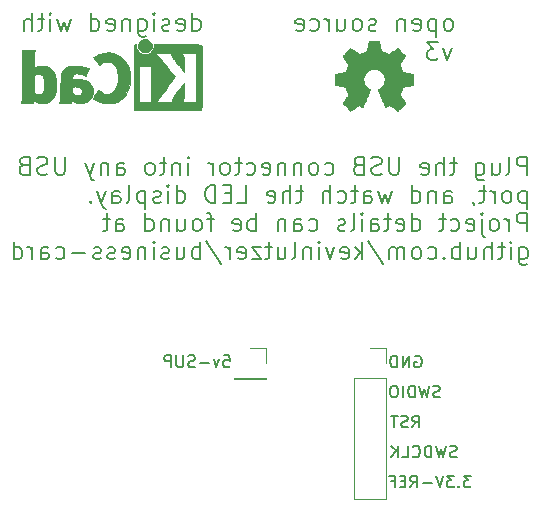
<source format=gbr>
G04 #@! TF.GenerationSoftware,KiCad,Pcbnew,(5.1.5-0-10_14)*
G04 #@! TF.CreationDate,2020-08-04T22:07:34-06:00*
G04 #@! TF.ProjectId,business_card_v1,62757369-6e65-4737-935f-636172645f76,rev?*
G04 #@! TF.SameCoordinates,Original*
G04 #@! TF.FileFunction,Legend,Bot*
G04 #@! TF.FilePolarity,Positive*
%FSLAX46Y46*%
G04 Gerber Fmt 4.6, Leading zero omitted, Abs format (unit mm)*
G04 Created by KiCad (PCBNEW (5.1.5-0-10_14)) date 2020-08-04 22:07:34*
%MOMM*%
%LPD*%
G04 APERTURE LIST*
%ADD10C,0.142240*%
%ADD11C,0.150000*%
%ADD12C,0.010000*%
%ADD13C,0.120000*%
G04 APERTURE END LIST*
D10*
X124261904Y-110162380D02*
X124738095Y-110162380D01*
X124785714Y-110638571D01*
X124738095Y-110590952D01*
X124642857Y-110543333D01*
X124404761Y-110543333D01*
X124309523Y-110590952D01*
X124261904Y-110638571D01*
X124214285Y-110733809D01*
X124214285Y-110971904D01*
X124261904Y-111067142D01*
X124309523Y-111114761D01*
X124404761Y-111162380D01*
X124642857Y-111162380D01*
X124738095Y-111114761D01*
X124785714Y-111067142D01*
X123880952Y-110495714D02*
X123642857Y-111162380D01*
X123404761Y-110495714D01*
X123023809Y-110781428D02*
X122261904Y-110781428D01*
X121833333Y-111114761D02*
X121690476Y-111162380D01*
X121452380Y-111162380D01*
X121357142Y-111114761D01*
X121309523Y-111067142D01*
X121261904Y-110971904D01*
X121261904Y-110876666D01*
X121309523Y-110781428D01*
X121357142Y-110733809D01*
X121452380Y-110686190D01*
X121642857Y-110638571D01*
X121738095Y-110590952D01*
X121785714Y-110543333D01*
X121833333Y-110448095D01*
X121833333Y-110352857D01*
X121785714Y-110257619D01*
X121738095Y-110210000D01*
X121642857Y-110162380D01*
X121404761Y-110162380D01*
X121261904Y-110210000D01*
X120833333Y-110162380D02*
X120833333Y-110971904D01*
X120785714Y-111067142D01*
X120738095Y-111114761D01*
X120642857Y-111162380D01*
X120452380Y-111162380D01*
X120357142Y-111114761D01*
X120309523Y-111067142D01*
X120261904Y-110971904D01*
X120261904Y-110162380D01*
X119785714Y-111162380D02*
X119785714Y-110162380D01*
X119404761Y-110162380D01*
X119309523Y-110210000D01*
X119261904Y-110257619D01*
X119214285Y-110352857D01*
X119214285Y-110495714D01*
X119261904Y-110590952D01*
X119309523Y-110638571D01*
X119404761Y-110686190D01*
X119785714Y-110686190D01*
D11*
X145208190Y-120356380D02*
X144589142Y-120356380D01*
X144922476Y-120737333D01*
X144779619Y-120737333D01*
X144684380Y-120784952D01*
X144636761Y-120832571D01*
X144589142Y-120927809D01*
X144589142Y-121165904D01*
X144636761Y-121261142D01*
X144684380Y-121308761D01*
X144779619Y-121356380D01*
X145065333Y-121356380D01*
X145160571Y-121308761D01*
X145208190Y-121261142D01*
X144160571Y-121261142D02*
X144112952Y-121308761D01*
X144160571Y-121356380D01*
X144208190Y-121308761D01*
X144160571Y-121261142D01*
X144160571Y-121356380D01*
X143779619Y-120356380D02*
X143160571Y-120356380D01*
X143493904Y-120737333D01*
X143351047Y-120737333D01*
X143255809Y-120784952D01*
X143208190Y-120832571D01*
X143160571Y-120927809D01*
X143160571Y-121165904D01*
X143208190Y-121261142D01*
X143255809Y-121308761D01*
X143351047Y-121356380D01*
X143636761Y-121356380D01*
X143732000Y-121308761D01*
X143779619Y-121261142D01*
X142874857Y-120356380D02*
X142541523Y-121356380D01*
X142208190Y-120356380D01*
X141874857Y-120975428D02*
X141112952Y-120975428D01*
X140065333Y-121356380D02*
X140398666Y-120880190D01*
X140636761Y-121356380D02*
X140636761Y-120356380D01*
X140255809Y-120356380D01*
X140160571Y-120404000D01*
X140112952Y-120451619D01*
X140065333Y-120546857D01*
X140065333Y-120689714D01*
X140112952Y-120784952D01*
X140160571Y-120832571D01*
X140255809Y-120880190D01*
X140636761Y-120880190D01*
X139636761Y-120832571D02*
X139303428Y-120832571D01*
X139160571Y-121356380D02*
X139636761Y-121356380D01*
X139636761Y-120356380D01*
X139160571Y-120356380D01*
X138398666Y-120832571D02*
X138732000Y-120832571D01*
X138732000Y-121356380D02*
X138732000Y-120356380D01*
X138255809Y-120356380D01*
D10*
X142581047Y-113688761D02*
X142438190Y-113736380D01*
X142200095Y-113736380D01*
X142104857Y-113688761D01*
X142057238Y-113641142D01*
X142009619Y-113545904D01*
X142009619Y-113450666D01*
X142057238Y-113355428D01*
X142104857Y-113307809D01*
X142200095Y-113260190D01*
X142390571Y-113212571D01*
X142485809Y-113164952D01*
X142533428Y-113117333D01*
X142581047Y-113022095D01*
X142581047Y-112926857D01*
X142533428Y-112831619D01*
X142485809Y-112784000D01*
X142390571Y-112736380D01*
X142152476Y-112736380D01*
X142009619Y-112784000D01*
X141676285Y-112736380D02*
X141438190Y-113736380D01*
X141247714Y-113022095D01*
X141057238Y-113736380D01*
X140819142Y-112736380D01*
X140438190Y-113736380D02*
X140438190Y-112736380D01*
X140200095Y-112736380D01*
X140057238Y-112784000D01*
X139962000Y-112879238D01*
X139914380Y-112974476D01*
X139866761Y-113164952D01*
X139866761Y-113307809D01*
X139914380Y-113498285D01*
X139962000Y-113593523D01*
X140057238Y-113688761D01*
X140200095Y-113736380D01*
X140438190Y-113736380D01*
X139438190Y-113736380D02*
X139438190Y-112736380D01*
X138771523Y-112736380D02*
X138581047Y-112736380D01*
X138485809Y-112784000D01*
X138390571Y-112879238D01*
X138342952Y-113069714D01*
X138342952Y-113403047D01*
X138390571Y-113593523D01*
X138485809Y-113688761D01*
X138581047Y-113736380D01*
X138771523Y-113736380D01*
X138866761Y-113688761D01*
X138962000Y-113593523D01*
X139009619Y-113403047D01*
X139009619Y-113069714D01*
X138962000Y-112879238D01*
X138866761Y-112784000D01*
X138771523Y-112736380D01*
X140247619Y-116276380D02*
X140580952Y-115800190D01*
X140819047Y-116276380D02*
X140819047Y-115276380D01*
X140438095Y-115276380D01*
X140342857Y-115324000D01*
X140295238Y-115371619D01*
X140247619Y-115466857D01*
X140247619Y-115609714D01*
X140295238Y-115704952D01*
X140342857Y-115752571D01*
X140438095Y-115800190D01*
X140819047Y-115800190D01*
X139866666Y-116228761D02*
X139723809Y-116276380D01*
X139485714Y-116276380D01*
X139390476Y-116228761D01*
X139342857Y-116181142D01*
X139295238Y-116085904D01*
X139295238Y-115990666D01*
X139342857Y-115895428D01*
X139390476Y-115847809D01*
X139485714Y-115800190D01*
X139676190Y-115752571D01*
X139771428Y-115704952D01*
X139819047Y-115657333D01*
X139866666Y-115562095D01*
X139866666Y-115466857D01*
X139819047Y-115371619D01*
X139771428Y-115324000D01*
X139676190Y-115276380D01*
X139438095Y-115276380D01*
X139295238Y-115324000D01*
X139009523Y-115276380D02*
X138438095Y-115276380D01*
X138723809Y-116276380D02*
X138723809Y-115276380D01*
X143985904Y-118768761D02*
X143843047Y-118816380D01*
X143604952Y-118816380D01*
X143509714Y-118768761D01*
X143462095Y-118721142D01*
X143414476Y-118625904D01*
X143414476Y-118530666D01*
X143462095Y-118435428D01*
X143509714Y-118387809D01*
X143604952Y-118340190D01*
X143795428Y-118292571D01*
X143890666Y-118244952D01*
X143938285Y-118197333D01*
X143985904Y-118102095D01*
X143985904Y-118006857D01*
X143938285Y-117911619D01*
X143890666Y-117864000D01*
X143795428Y-117816380D01*
X143557333Y-117816380D01*
X143414476Y-117864000D01*
X143081142Y-117816380D02*
X142843047Y-118816380D01*
X142652571Y-118102095D01*
X142462095Y-118816380D01*
X142224000Y-117816380D01*
X141843047Y-118816380D02*
X141843047Y-117816380D01*
X141604952Y-117816380D01*
X141462095Y-117864000D01*
X141366857Y-117959238D01*
X141319238Y-118054476D01*
X141271619Y-118244952D01*
X141271619Y-118387809D01*
X141319238Y-118578285D01*
X141366857Y-118673523D01*
X141462095Y-118768761D01*
X141604952Y-118816380D01*
X141843047Y-118816380D01*
X140271619Y-118721142D02*
X140319238Y-118768761D01*
X140462095Y-118816380D01*
X140557333Y-118816380D01*
X140700190Y-118768761D01*
X140795428Y-118673523D01*
X140843047Y-118578285D01*
X140890666Y-118387809D01*
X140890666Y-118244952D01*
X140843047Y-118054476D01*
X140795428Y-117959238D01*
X140700190Y-117864000D01*
X140557333Y-117816380D01*
X140462095Y-117816380D01*
X140319238Y-117864000D01*
X140271619Y-117911619D01*
X139366857Y-118816380D02*
X139843047Y-118816380D01*
X139843047Y-117816380D01*
X139033523Y-118816380D02*
X139033523Y-117816380D01*
X138462095Y-118816380D02*
X138890666Y-118244952D01*
X138462095Y-117816380D02*
X139033523Y-118387809D01*
X140461904Y-110244000D02*
X140557142Y-110196380D01*
X140700000Y-110196380D01*
X140842857Y-110244000D01*
X140938095Y-110339238D01*
X140985714Y-110434476D01*
X141033333Y-110624952D01*
X141033333Y-110767809D01*
X140985714Y-110958285D01*
X140938095Y-111053523D01*
X140842857Y-111148761D01*
X140700000Y-111196380D01*
X140604761Y-111196380D01*
X140461904Y-111148761D01*
X140414285Y-111101142D01*
X140414285Y-110767809D01*
X140604761Y-110767809D01*
X139985714Y-111196380D02*
X139985714Y-110196380D01*
X139414285Y-111196380D01*
X139414285Y-110196380D01*
X138938095Y-111196380D02*
X138938095Y-110196380D01*
X138700000Y-110196380D01*
X138557142Y-110244000D01*
X138461904Y-110339238D01*
X138414285Y-110434476D01*
X138366666Y-110624952D01*
X138366666Y-110767809D01*
X138414285Y-110958285D01*
X138461904Y-111053523D01*
X138557142Y-111148761D01*
X138700000Y-111196380D01*
X138938095Y-111196380D01*
X143392857Y-82678571D02*
X143535714Y-82607142D01*
X143607142Y-82535714D01*
X143678571Y-82392857D01*
X143678571Y-81964285D01*
X143607142Y-81821428D01*
X143535714Y-81750000D01*
X143392857Y-81678571D01*
X143178571Y-81678571D01*
X143035714Y-81750000D01*
X142964285Y-81821428D01*
X142892857Y-81964285D01*
X142892857Y-82392857D01*
X142964285Y-82535714D01*
X143035714Y-82607142D01*
X143178571Y-82678571D01*
X143392857Y-82678571D01*
X142250000Y-81678571D02*
X142250000Y-83178571D01*
X142250000Y-81750000D02*
X142107142Y-81678571D01*
X141821428Y-81678571D01*
X141678571Y-81750000D01*
X141607142Y-81821428D01*
X141535714Y-81964285D01*
X141535714Y-82392857D01*
X141607142Y-82535714D01*
X141678571Y-82607142D01*
X141821428Y-82678571D01*
X142107142Y-82678571D01*
X142250000Y-82607142D01*
X140321428Y-82607142D02*
X140464285Y-82678571D01*
X140750000Y-82678571D01*
X140892857Y-82607142D01*
X140964285Y-82464285D01*
X140964285Y-81892857D01*
X140892857Y-81750000D01*
X140750000Y-81678571D01*
X140464285Y-81678571D01*
X140321428Y-81750000D01*
X140250000Y-81892857D01*
X140250000Y-82035714D01*
X140964285Y-82178571D01*
X139607142Y-81678571D02*
X139607142Y-82678571D01*
X139607142Y-81821428D02*
X139535714Y-81750000D01*
X139392857Y-81678571D01*
X139178571Y-81678571D01*
X139035714Y-81750000D01*
X138964285Y-81892857D01*
X138964285Y-82678571D01*
X137178571Y-82607142D02*
X137035714Y-82678571D01*
X136750000Y-82678571D01*
X136607142Y-82607142D01*
X136535714Y-82464285D01*
X136535714Y-82392857D01*
X136607142Y-82250000D01*
X136750000Y-82178571D01*
X136964285Y-82178571D01*
X137107142Y-82107142D01*
X137178571Y-81964285D01*
X137178571Y-81892857D01*
X137107142Y-81750000D01*
X136964285Y-81678571D01*
X136750000Y-81678571D01*
X136607142Y-81750000D01*
X135678571Y-82678571D02*
X135821428Y-82607142D01*
X135892857Y-82535714D01*
X135964285Y-82392857D01*
X135964285Y-81964285D01*
X135892857Y-81821428D01*
X135821428Y-81750000D01*
X135678571Y-81678571D01*
X135464285Y-81678571D01*
X135321428Y-81750000D01*
X135250000Y-81821428D01*
X135178571Y-81964285D01*
X135178571Y-82392857D01*
X135250000Y-82535714D01*
X135321428Y-82607142D01*
X135464285Y-82678571D01*
X135678571Y-82678571D01*
X133892857Y-81678571D02*
X133892857Y-82678571D01*
X134535714Y-81678571D02*
X134535714Y-82464285D01*
X134464285Y-82607142D01*
X134321428Y-82678571D01*
X134107142Y-82678571D01*
X133964285Y-82607142D01*
X133892857Y-82535714D01*
X133178571Y-82678571D02*
X133178571Y-81678571D01*
X133178571Y-81964285D02*
X133107142Y-81821428D01*
X133035714Y-81750000D01*
X132892857Y-81678571D01*
X132750000Y-81678571D01*
X131607142Y-82607142D02*
X131750000Y-82678571D01*
X132035714Y-82678571D01*
X132178571Y-82607142D01*
X132250000Y-82535714D01*
X132321428Y-82392857D01*
X132321428Y-81964285D01*
X132250000Y-81821428D01*
X132178571Y-81750000D01*
X132035714Y-81678571D01*
X131750000Y-81678571D01*
X131607142Y-81750000D01*
X130392857Y-82607142D02*
X130535714Y-82678571D01*
X130821428Y-82678571D01*
X130964285Y-82607142D01*
X131035714Y-82464285D01*
X131035714Y-81892857D01*
X130964285Y-81750000D01*
X130821428Y-81678571D01*
X130535714Y-81678571D01*
X130392857Y-81750000D01*
X130321428Y-81892857D01*
X130321428Y-82035714D01*
X131035714Y-82178571D01*
X121593714Y-82678571D02*
X121593714Y-81178571D01*
X121593714Y-82607142D02*
X121736571Y-82678571D01*
X122022285Y-82678571D01*
X122165142Y-82607142D01*
X122236571Y-82535714D01*
X122308000Y-82392857D01*
X122308000Y-81964285D01*
X122236571Y-81821428D01*
X122165142Y-81750000D01*
X122022285Y-81678571D01*
X121736571Y-81678571D01*
X121593714Y-81750000D01*
X120308000Y-82607142D02*
X120450857Y-82678571D01*
X120736571Y-82678571D01*
X120879428Y-82607142D01*
X120950857Y-82464285D01*
X120950857Y-81892857D01*
X120879428Y-81750000D01*
X120736571Y-81678571D01*
X120450857Y-81678571D01*
X120308000Y-81750000D01*
X120236571Y-81892857D01*
X120236571Y-82035714D01*
X120950857Y-82178571D01*
X119665142Y-82607142D02*
X119522285Y-82678571D01*
X119236571Y-82678571D01*
X119093714Y-82607142D01*
X119022285Y-82464285D01*
X119022285Y-82392857D01*
X119093714Y-82250000D01*
X119236571Y-82178571D01*
X119450857Y-82178571D01*
X119593714Y-82107142D01*
X119665142Y-81964285D01*
X119665142Y-81892857D01*
X119593714Y-81750000D01*
X119450857Y-81678571D01*
X119236571Y-81678571D01*
X119093714Y-81750000D01*
X118379428Y-82678571D02*
X118379428Y-81678571D01*
X118379428Y-81178571D02*
X118450857Y-81250000D01*
X118379428Y-81321428D01*
X118308000Y-81250000D01*
X118379428Y-81178571D01*
X118379428Y-81321428D01*
X117022285Y-81678571D02*
X117022285Y-82892857D01*
X117093714Y-83035714D01*
X117165142Y-83107142D01*
X117308000Y-83178571D01*
X117522285Y-83178571D01*
X117665142Y-83107142D01*
X117022285Y-82607142D02*
X117165142Y-82678571D01*
X117450857Y-82678571D01*
X117593714Y-82607142D01*
X117665142Y-82535714D01*
X117736571Y-82392857D01*
X117736571Y-81964285D01*
X117665142Y-81821428D01*
X117593714Y-81750000D01*
X117450857Y-81678571D01*
X117165142Y-81678571D01*
X117022285Y-81750000D01*
X116308000Y-81678571D02*
X116308000Y-82678571D01*
X116308000Y-81821428D02*
X116236571Y-81750000D01*
X116093714Y-81678571D01*
X115879428Y-81678571D01*
X115736571Y-81750000D01*
X115665142Y-81892857D01*
X115665142Y-82678571D01*
X114379428Y-82607142D02*
X114522285Y-82678571D01*
X114808000Y-82678571D01*
X114950857Y-82607142D01*
X115022285Y-82464285D01*
X115022285Y-81892857D01*
X114950857Y-81750000D01*
X114808000Y-81678571D01*
X114522285Y-81678571D01*
X114379428Y-81750000D01*
X114308000Y-81892857D01*
X114308000Y-82035714D01*
X115022285Y-82178571D01*
X113022285Y-82678571D02*
X113022285Y-81178571D01*
X113022285Y-82607142D02*
X113165142Y-82678571D01*
X113450857Y-82678571D01*
X113593714Y-82607142D01*
X113665142Y-82535714D01*
X113736571Y-82392857D01*
X113736571Y-81964285D01*
X113665142Y-81821428D01*
X113593714Y-81750000D01*
X113450857Y-81678571D01*
X113165142Y-81678571D01*
X113022285Y-81750000D01*
X111308000Y-81678571D02*
X111022285Y-82678571D01*
X110736571Y-81964285D01*
X110450857Y-82678571D01*
X110165142Y-81678571D01*
X109593714Y-82678571D02*
X109593714Y-81678571D01*
X109593714Y-81178571D02*
X109665142Y-81250000D01*
X109593714Y-81321428D01*
X109522285Y-81250000D01*
X109593714Y-81178571D01*
X109593714Y-81321428D01*
X109093714Y-81678571D02*
X108522285Y-81678571D01*
X108879428Y-81178571D02*
X108879428Y-82464285D01*
X108808000Y-82607142D01*
X108665142Y-82678571D01*
X108522285Y-82678571D01*
X108022285Y-82678571D02*
X108022285Y-81178571D01*
X107379428Y-82678571D02*
X107379428Y-81892857D01*
X107450857Y-81750000D01*
X107593714Y-81678571D01*
X107808000Y-81678571D01*
X107950857Y-81750000D01*
X108022285Y-81821428D01*
X143571428Y-84178571D02*
X143214285Y-85178571D01*
X142857142Y-84178571D01*
X142428571Y-83678571D02*
X141500000Y-83678571D01*
X142000000Y-84250000D01*
X141785714Y-84250000D01*
X141642857Y-84321428D01*
X141571428Y-84392857D01*
X141500000Y-84535714D01*
X141500000Y-84892857D01*
X141571428Y-85035714D01*
X141642857Y-85107142D01*
X141785714Y-85178571D01*
X142214285Y-85178571D01*
X142357142Y-85107142D01*
X142428571Y-85035714D01*
X149918401Y-94859851D02*
X149918401Y-93359851D01*
X149346972Y-93359851D01*
X149204115Y-93431280D01*
X149132686Y-93502708D01*
X149061258Y-93645565D01*
X149061258Y-93859851D01*
X149132686Y-94002708D01*
X149204115Y-94074137D01*
X149346972Y-94145565D01*
X149918401Y-94145565D01*
X148204115Y-94859851D02*
X148346972Y-94788422D01*
X148418401Y-94645565D01*
X148418401Y-93359851D01*
X146989829Y-93859851D02*
X146989829Y-94859851D01*
X147632686Y-93859851D02*
X147632686Y-94645565D01*
X147561258Y-94788422D01*
X147418401Y-94859851D01*
X147204115Y-94859851D01*
X147061258Y-94788422D01*
X146989829Y-94716994D01*
X145632686Y-93859851D02*
X145632686Y-95074137D01*
X145704115Y-95216994D01*
X145775544Y-95288422D01*
X145918401Y-95359851D01*
X146132686Y-95359851D01*
X146275544Y-95288422D01*
X145632686Y-94788422D02*
X145775544Y-94859851D01*
X146061258Y-94859851D01*
X146204115Y-94788422D01*
X146275544Y-94716994D01*
X146346972Y-94574137D01*
X146346972Y-94145565D01*
X146275544Y-94002708D01*
X146204115Y-93931280D01*
X146061258Y-93859851D01*
X145775544Y-93859851D01*
X145632686Y-93931280D01*
X143989829Y-93859851D02*
X143418401Y-93859851D01*
X143775544Y-93359851D02*
X143775544Y-94645565D01*
X143704115Y-94788422D01*
X143561258Y-94859851D01*
X143418401Y-94859851D01*
X142918401Y-94859851D02*
X142918401Y-93359851D01*
X142275544Y-94859851D02*
X142275544Y-94074137D01*
X142346972Y-93931280D01*
X142489829Y-93859851D01*
X142704115Y-93859851D01*
X142846972Y-93931280D01*
X142918401Y-94002708D01*
X140989829Y-94788422D02*
X141132686Y-94859851D01*
X141418401Y-94859851D01*
X141561258Y-94788422D01*
X141632686Y-94645565D01*
X141632686Y-94074137D01*
X141561258Y-93931280D01*
X141418401Y-93859851D01*
X141132686Y-93859851D01*
X140989829Y-93931280D01*
X140918401Y-94074137D01*
X140918401Y-94216994D01*
X141632686Y-94359851D01*
X139132686Y-93359851D02*
X139132686Y-94574137D01*
X139061258Y-94716994D01*
X138989829Y-94788422D01*
X138846972Y-94859851D01*
X138561258Y-94859851D01*
X138418401Y-94788422D01*
X138346972Y-94716994D01*
X138275544Y-94574137D01*
X138275544Y-93359851D01*
X137632686Y-94788422D02*
X137418401Y-94859851D01*
X137061258Y-94859851D01*
X136918401Y-94788422D01*
X136846972Y-94716994D01*
X136775544Y-94574137D01*
X136775544Y-94431280D01*
X136846972Y-94288422D01*
X136918401Y-94216994D01*
X137061258Y-94145565D01*
X137346972Y-94074137D01*
X137489829Y-94002708D01*
X137561258Y-93931280D01*
X137632686Y-93788422D01*
X137632686Y-93645565D01*
X137561258Y-93502708D01*
X137489829Y-93431280D01*
X137346972Y-93359851D01*
X136989829Y-93359851D01*
X136775544Y-93431280D01*
X135632686Y-94074137D02*
X135418401Y-94145565D01*
X135346972Y-94216994D01*
X135275544Y-94359851D01*
X135275544Y-94574137D01*
X135346972Y-94716994D01*
X135418401Y-94788422D01*
X135561258Y-94859851D01*
X136132686Y-94859851D01*
X136132686Y-93359851D01*
X135632686Y-93359851D01*
X135489829Y-93431280D01*
X135418401Y-93502708D01*
X135346972Y-93645565D01*
X135346972Y-93788422D01*
X135418401Y-93931280D01*
X135489829Y-94002708D01*
X135632686Y-94074137D01*
X136132686Y-94074137D01*
X132846972Y-94788422D02*
X132989829Y-94859851D01*
X133275544Y-94859851D01*
X133418401Y-94788422D01*
X133489829Y-94716994D01*
X133561258Y-94574137D01*
X133561258Y-94145565D01*
X133489829Y-94002708D01*
X133418401Y-93931280D01*
X133275544Y-93859851D01*
X132989829Y-93859851D01*
X132846972Y-93931280D01*
X131989829Y-94859851D02*
X132132686Y-94788422D01*
X132204115Y-94716994D01*
X132275544Y-94574137D01*
X132275544Y-94145565D01*
X132204115Y-94002708D01*
X132132686Y-93931280D01*
X131989829Y-93859851D01*
X131775544Y-93859851D01*
X131632686Y-93931280D01*
X131561258Y-94002708D01*
X131489829Y-94145565D01*
X131489829Y-94574137D01*
X131561258Y-94716994D01*
X131632686Y-94788422D01*
X131775544Y-94859851D01*
X131989829Y-94859851D01*
X130846972Y-93859851D02*
X130846972Y-94859851D01*
X130846972Y-94002708D02*
X130775544Y-93931280D01*
X130632686Y-93859851D01*
X130418401Y-93859851D01*
X130275544Y-93931280D01*
X130204115Y-94074137D01*
X130204115Y-94859851D01*
X129489829Y-93859851D02*
X129489829Y-94859851D01*
X129489829Y-94002708D02*
X129418401Y-93931280D01*
X129275544Y-93859851D01*
X129061258Y-93859851D01*
X128918401Y-93931280D01*
X128846972Y-94074137D01*
X128846972Y-94859851D01*
X127561258Y-94788422D02*
X127704115Y-94859851D01*
X127989829Y-94859851D01*
X128132686Y-94788422D01*
X128204115Y-94645565D01*
X128204115Y-94074137D01*
X128132686Y-93931280D01*
X127989829Y-93859851D01*
X127704115Y-93859851D01*
X127561258Y-93931280D01*
X127489829Y-94074137D01*
X127489829Y-94216994D01*
X128204115Y-94359851D01*
X126204115Y-94788422D02*
X126346972Y-94859851D01*
X126632686Y-94859851D01*
X126775543Y-94788422D01*
X126846972Y-94716994D01*
X126918401Y-94574137D01*
X126918401Y-94145565D01*
X126846972Y-94002708D01*
X126775543Y-93931280D01*
X126632686Y-93859851D01*
X126346972Y-93859851D01*
X126204115Y-93931280D01*
X125775543Y-93859851D02*
X125204115Y-93859851D01*
X125561258Y-93359851D02*
X125561258Y-94645565D01*
X125489829Y-94788422D01*
X125346972Y-94859851D01*
X125204115Y-94859851D01*
X124489829Y-94859851D02*
X124632686Y-94788422D01*
X124704115Y-94716994D01*
X124775543Y-94574137D01*
X124775543Y-94145565D01*
X124704115Y-94002708D01*
X124632686Y-93931280D01*
X124489829Y-93859851D01*
X124275543Y-93859851D01*
X124132686Y-93931280D01*
X124061258Y-94002708D01*
X123989829Y-94145565D01*
X123989829Y-94574137D01*
X124061258Y-94716994D01*
X124132686Y-94788422D01*
X124275543Y-94859851D01*
X124489829Y-94859851D01*
X123346972Y-94859851D02*
X123346972Y-93859851D01*
X123346972Y-94145565D02*
X123275543Y-94002708D01*
X123204115Y-93931280D01*
X123061258Y-93859851D01*
X122918401Y-93859851D01*
X121275543Y-94859851D02*
X121275543Y-93859851D01*
X121275543Y-93359851D02*
X121346972Y-93431280D01*
X121275543Y-93502708D01*
X121204115Y-93431280D01*
X121275543Y-93359851D01*
X121275543Y-93502708D01*
X120561258Y-93859851D02*
X120561258Y-94859851D01*
X120561258Y-94002708D02*
X120489829Y-93931280D01*
X120346972Y-93859851D01*
X120132686Y-93859851D01*
X119989829Y-93931280D01*
X119918401Y-94074137D01*
X119918401Y-94859851D01*
X119418401Y-93859851D02*
X118846972Y-93859851D01*
X119204115Y-93359851D02*
X119204115Y-94645565D01*
X119132686Y-94788422D01*
X118989829Y-94859851D01*
X118846972Y-94859851D01*
X118132686Y-94859851D02*
X118275543Y-94788422D01*
X118346972Y-94716994D01*
X118418401Y-94574137D01*
X118418401Y-94145565D01*
X118346972Y-94002708D01*
X118275543Y-93931280D01*
X118132686Y-93859851D01*
X117918401Y-93859851D01*
X117775543Y-93931280D01*
X117704115Y-94002708D01*
X117632686Y-94145565D01*
X117632686Y-94574137D01*
X117704115Y-94716994D01*
X117775543Y-94788422D01*
X117918401Y-94859851D01*
X118132686Y-94859851D01*
X115204115Y-94859851D02*
X115204115Y-94074137D01*
X115275543Y-93931280D01*
X115418401Y-93859851D01*
X115704115Y-93859851D01*
X115846972Y-93931280D01*
X115204115Y-94788422D02*
X115346972Y-94859851D01*
X115704115Y-94859851D01*
X115846972Y-94788422D01*
X115918401Y-94645565D01*
X115918401Y-94502708D01*
X115846972Y-94359851D01*
X115704115Y-94288422D01*
X115346972Y-94288422D01*
X115204115Y-94216994D01*
X114489829Y-93859851D02*
X114489829Y-94859851D01*
X114489829Y-94002708D02*
X114418401Y-93931280D01*
X114275543Y-93859851D01*
X114061258Y-93859851D01*
X113918401Y-93931280D01*
X113846972Y-94074137D01*
X113846972Y-94859851D01*
X113275543Y-93859851D02*
X112918401Y-94859851D01*
X112561258Y-93859851D02*
X112918401Y-94859851D01*
X113061258Y-95216994D01*
X113132686Y-95288422D01*
X113275543Y-95359851D01*
X110846972Y-93359851D02*
X110846972Y-94574137D01*
X110775543Y-94716994D01*
X110704115Y-94788422D01*
X110561258Y-94859851D01*
X110275543Y-94859851D01*
X110132686Y-94788422D01*
X110061258Y-94716994D01*
X109989829Y-94574137D01*
X109989829Y-93359851D01*
X109346972Y-94788422D02*
X109132686Y-94859851D01*
X108775543Y-94859851D01*
X108632686Y-94788422D01*
X108561258Y-94716994D01*
X108489829Y-94574137D01*
X108489829Y-94431280D01*
X108561258Y-94288422D01*
X108632686Y-94216994D01*
X108775543Y-94145565D01*
X109061258Y-94074137D01*
X109204115Y-94002708D01*
X109275543Y-93931280D01*
X109346972Y-93788422D01*
X109346972Y-93645565D01*
X109275543Y-93502708D01*
X109204115Y-93431280D01*
X109061258Y-93359851D01*
X108704115Y-93359851D01*
X108489829Y-93431280D01*
X107346972Y-94074137D02*
X107132686Y-94145565D01*
X107061258Y-94216994D01*
X106989829Y-94359851D01*
X106989829Y-94574137D01*
X107061258Y-94716994D01*
X107132686Y-94788422D01*
X107275543Y-94859851D01*
X107846972Y-94859851D01*
X107846972Y-93359851D01*
X107346972Y-93359851D01*
X107204115Y-93431280D01*
X107132686Y-93502708D01*
X107061258Y-93645565D01*
X107061258Y-93788422D01*
X107132686Y-93931280D01*
X107204115Y-94002708D01*
X107346972Y-94074137D01*
X107846972Y-94074137D01*
X149918401Y-96252091D02*
X149918401Y-97752091D01*
X149918401Y-96323520D02*
X149775544Y-96252091D01*
X149489829Y-96252091D01*
X149346972Y-96323520D01*
X149275544Y-96394948D01*
X149204115Y-96537805D01*
X149204115Y-96966377D01*
X149275544Y-97109234D01*
X149346972Y-97180662D01*
X149489829Y-97252091D01*
X149775544Y-97252091D01*
X149918401Y-97180662D01*
X148346972Y-97252091D02*
X148489829Y-97180662D01*
X148561258Y-97109234D01*
X148632686Y-96966377D01*
X148632686Y-96537805D01*
X148561258Y-96394948D01*
X148489829Y-96323520D01*
X148346972Y-96252091D01*
X148132686Y-96252091D01*
X147989829Y-96323520D01*
X147918401Y-96394948D01*
X147846972Y-96537805D01*
X147846972Y-96966377D01*
X147918401Y-97109234D01*
X147989829Y-97180662D01*
X148132686Y-97252091D01*
X148346972Y-97252091D01*
X147204115Y-97252091D02*
X147204115Y-96252091D01*
X147204115Y-96537805D02*
X147132686Y-96394948D01*
X147061258Y-96323520D01*
X146918401Y-96252091D01*
X146775544Y-96252091D01*
X146489829Y-96252091D02*
X145918401Y-96252091D01*
X146275544Y-95752091D02*
X146275544Y-97037805D01*
X146204115Y-97180662D01*
X146061258Y-97252091D01*
X145918401Y-97252091D01*
X145346972Y-97180662D02*
X145346972Y-97252091D01*
X145418401Y-97394948D01*
X145489829Y-97466377D01*
X142918401Y-97252091D02*
X142918401Y-96466377D01*
X142989829Y-96323520D01*
X143132686Y-96252091D01*
X143418401Y-96252091D01*
X143561258Y-96323520D01*
X142918401Y-97180662D02*
X143061258Y-97252091D01*
X143418401Y-97252091D01*
X143561258Y-97180662D01*
X143632686Y-97037805D01*
X143632686Y-96894948D01*
X143561258Y-96752091D01*
X143418401Y-96680662D01*
X143061258Y-96680662D01*
X142918401Y-96609234D01*
X142204115Y-96252091D02*
X142204115Y-97252091D01*
X142204115Y-96394948D02*
X142132686Y-96323520D01*
X141989829Y-96252091D01*
X141775544Y-96252091D01*
X141632686Y-96323520D01*
X141561258Y-96466377D01*
X141561258Y-97252091D01*
X140204115Y-97252091D02*
X140204115Y-95752091D01*
X140204115Y-97180662D02*
X140346972Y-97252091D01*
X140632686Y-97252091D01*
X140775544Y-97180662D01*
X140846972Y-97109234D01*
X140918401Y-96966377D01*
X140918401Y-96537805D01*
X140846972Y-96394948D01*
X140775544Y-96323520D01*
X140632686Y-96252091D01*
X140346972Y-96252091D01*
X140204115Y-96323520D01*
X138489829Y-96252091D02*
X138204115Y-97252091D01*
X137918401Y-96537805D01*
X137632686Y-97252091D01*
X137346972Y-96252091D01*
X136132686Y-97252091D02*
X136132686Y-96466377D01*
X136204115Y-96323520D01*
X136346972Y-96252091D01*
X136632686Y-96252091D01*
X136775544Y-96323520D01*
X136132686Y-97180662D02*
X136275544Y-97252091D01*
X136632686Y-97252091D01*
X136775544Y-97180662D01*
X136846972Y-97037805D01*
X136846972Y-96894948D01*
X136775544Y-96752091D01*
X136632686Y-96680662D01*
X136275544Y-96680662D01*
X136132686Y-96609234D01*
X135632686Y-96252091D02*
X135061258Y-96252091D01*
X135418401Y-95752091D02*
X135418401Y-97037805D01*
X135346972Y-97180662D01*
X135204115Y-97252091D01*
X135061258Y-97252091D01*
X133918401Y-97180662D02*
X134061258Y-97252091D01*
X134346972Y-97252091D01*
X134489829Y-97180662D01*
X134561258Y-97109234D01*
X134632686Y-96966377D01*
X134632686Y-96537805D01*
X134561258Y-96394948D01*
X134489829Y-96323520D01*
X134346972Y-96252091D01*
X134061258Y-96252091D01*
X133918401Y-96323520D01*
X133275544Y-97252091D02*
X133275544Y-95752091D01*
X132632686Y-97252091D02*
X132632686Y-96466377D01*
X132704115Y-96323520D01*
X132846972Y-96252091D01*
X133061258Y-96252091D01*
X133204115Y-96323520D01*
X133275544Y-96394948D01*
X130989829Y-96252091D02*
X130418401Y-96252091D01*
X130775544Y-95752091D02*
X130775544Y-97037805D01*
X130704115Y-97180662D01*
X130561258Y-97252091D01*
X130418401Y-97252091D01*
X129918401Y-97252091D02*
X129918401Y-95752091D01*
X129275544Y-97252091D02*
X129275544Y-96466377D01*
X129346972Y-96323520D01*
X129489829Y-96252091D01*
X129704115Y-96252091D01*
X129846972Y-96323520D01*
X129918401Y-96394948D01*
X127989829Y-97180662D02*
X128132686Y-97252091D01*
X128418401Y-97252091D01*
X128561258Y-97180662D01*
X128632686Y-97037805D01*
X128632686Y-96466377D01*
X128561258Y-96323520D01*
X128418401Y-96252091D01*
X128132686Y-96252091D01*
X127989829Y-96323520D01*
X127918401Y-96466377D01*
X127918401Y-96609234D01*
X128632686Y-96752091D01*
X125418401Y-97252091D02*
X126132686Y-97252091D01*
X126132686Y-95752091D01*
X124918401Y-96466377D02*
X124418401Y-96466377D01*
X124204115Y-97252091D02*
X124918401Y-97252091D01*
X124918401Y-95752091D01*
X124204115Y-95752091D01*
X123561258Y-97252091D02*
X123561258Y-95752091D01*
X123204115Y-95752091D01*
X122989829Y-95823520D01*
X122846972Y-95966377D01*
X122775544Y-96109234D01*
X122704115Y-96394948D01*
X122704115Y-96609234D01*
X122775544Y-96894948D01*
X122846972Y-97037805D01*
X122989829Y-97180662D01*
X123204115Y-97252091D01*
X123561258Y-97252091D01*
X120275544Y-97252091D02*
X120275544Y-95752091D01*
X120275544Y-97180662D02*
X120418401Y-97252091D01*
X120704115Y-97252091D01*
X120846972Y-97180662D01*
X120918401Y-97109234D01*
X120989829Y-96966377D01*
X120989829Y-96537805D01*
X120918401Y-96394948D01*
X120846972Y-96323520D01*
X120704115Y-96252091D01*
X120418401Y-96252091D01*
X120275544Y-96323520D01*
X119561258Y-97252091D02*
X119561258Y-96252091D01*
X119561258Y-95752091D02*
X119632686Y-95823520D01*
X119561258Y-95894948D01*
X119489829Y-95823520D01*
X119561258Y-95752091D01*
X119561258Y-95894948D01*
X118918401Y-97180662D02*
X118775544Y-97252091D01*
X118489829Y-97252091D01*
X118346972Y-97180662D01*
X118275544Y-97037805D01*
X118275544Y-96966377D01*
X118346972Y-96823520D01*
X118489829Y-96752091D01*
X118704115Y-96752091D01*
X118846972Y-96680662D01*
X118918401Y-96537805D01*
X118918401Y-96466377D01*
X118846972Y-96323520D01*
X118704115Y-96252091D01*
X118489829Y-96252091D01*
X118346972Y-96323520D01*
X117632686Y-96252091D02*
X117632686Y-97752091D01*
X117632686Y-96323520D02*
X117489829Y-96252091D01*
X117204115Y-96252091D01*
X117061258Y-96323520D01*
X116989829Y-96394948D01*
X116918401Y-96537805D01*
X116918401Y-96966377D01*
X116989829Y-97109234D01*
X117061258Y-97180662D01*
X117204115Y-97252091D01*
X117489829Y-97252091D01*
X117632686Y-97180662D01*
X116061258Y-97252091D02*
X116204115Y-97180662D01*
X116275544Y-97037805D01*
X116275544Y-95752091D01*
X114846972Y-97252091D02*
X114846972Y-96466377D01*
X114918401Y-96323520D01*
X115061258Y-96252091D01*
X115346972Y-96252091D01*
X115489829Y-96323520D01*
X114846972Y-97180662D02*
X114989829Y-97252091D01*
X115346972Y-97252091D01*
X115489829Y-97180662D01*
X115561258Y-97037805D01*
X115561258Y-96894948D01*
X115489829Y-96752091D01*
X115346972Y-96680662D01*
X114989829Y-96680662D01*
X114846972Y-96609234D01*
X114275544Y-96252091D02*
X113918401Y-97252091D01*
X113561258Y-96252091D02*
X113918401Y-97252091D01*
X114061258Y-97609234D01*
X114132686Y-97680662D01*
X114275544Y-97752091D01*
X112989829Y-97109234D02*
X112918401Y-97180662D01*
X112989829Y-97252091D01*
X113061258Y-97180662D01*
X112989829Y-97109234D01*
X112989829Y-97252091D01*
X149918401Y-99644331D02*
X149918401Y-98144331D01*
X149346972Y-98144331D01*
X149204115Y-98215760D01*
X149132686Y-98287188D01*
X149061258Y-98430045D01*
X149061258Y-98644331D01*
X149132686Y-98787188D01*
X149204115Y-98858617D01*
X149346972Y-98930045D01*
X149918401Y-98930045D01*
X148418401Y-99644331D02*
X148418401Y-98644331D01*
X148418401Y-98930045D02*
X148346972Y-98787188D01*
X148275544Y-98715760D01*
X148132686Y-98644331D01*
X147989829Y-98644331D01*
X147275544Y-99644331D02*
X147418401Y-99572902D01*
X147489829Y-99501474D01*
X147561258Y-99358617D01*
X147561258Y-98930045D01*
X147489829Y-98787188D01*
X147418401Y-98715760D01*
X147275544Y-98644331D01*
X147061258Y-98644331D01*
X146918401Y-98715760D01*
X146846972Y-98787188D01*
X146775544Y-98930045D01*
X146775544Y-99358617D01*
X146846972Y-99501474D01*
X146918401Y-99572902D01*
X147061258Y-99644331D01*
X147275544Y-99644331D01*
X146132686Y-98644331D02*
X146132686Y-99930045D01*
X146204115Y-100072902D01*
X146346972Y-100144331D01*
X146418401Y-100144331D01*
X146132686Y-98144331D02*
X146204115Y-98215760D01*
X146132686Y-98287188D01*
X146061258Y-98215760D01*
X146132686Y-98144331D01*
X146132686Y-98287188D01*
X144846972Y-99572902D02*
X144989829Y-99644331D01*
X145275544Y-99644331D01*
X145418401Y-99572902D01*
X145489829Y-99430045D01*
X145489829Y-98858617D01*
X145418401Y-98715760D01*
X145275544Y-98644331D01*
X144989829Y-98644331D01*
X144846972Y-98715760D01*
X144775544Y-98858617D01*
X144775544Y-99001474D01*
X145489829Y-99144331D01*
X143489829Y-99572902D02*
X143632686Y-99644331D01*
X143918401Y-99644331D01*
X144061258Y-99572902D01*
X144132686Y-99501474D01*
X144204115Y-99358617D01*
X144204115Y-98930045D01*
X144132686Y-98787188D01*
X144061258Y-98715760D01*
X143918401Y-98644331D01*
X143632686Y-98644331D01*
X143489829Y-98715760D01*
X143061258Y-98644331D02*
X142489829Y-98644331D01*
X142846972Y-98144331D02*
X142846972Y-99430045D01*
X142775544Y-99572902D01*
X142632686Y-99644331D01*
X142489829Y-99644331D01*
X140204115Y-99644331D02*
X140204115Y-98144331D01*
X140204115Y-99572902D02*
X140346972Y-99644331D01*
X140632686Y-99644331D01*
X140775544Y-99572902D01*
X140846972Y-99501474D01*
X140918401Y-99358617D01*
X140918401Y-98930045D01*
X140846972Y-98787188D01*
X140775544Y-98715760D01*
X140632686Y-98644331D01*
X140346972Y-98644331D01*
X140204115Y-98715760D01*
X138918401Y-99572902D02*
X139061258Y-99644331D01*
X139346972Y-99644331D01*
X139489829Y-99572902D01*
X139561258Y-99430045D01*
X139561258Y-98858617D01*
X139489829Y-98715760D01*
X139346972Y-98644331D01*
X139061258Y-98644331D01*
X138918401Y-98715760D01*
X138846972Y-98858617D01*
X138846972Y-99001474D01*
X139561258Y-99144331D01*
X138418401Y-98644331D02*
X137846972Y-98644331D01*
X138204115Y-98144331D02*
X138204115Y-99430045D01*
X138132686Y-99572902D01*
X137989829Y-99644331D01*
X137846972Y-99644331D01*
X136704115Y-99644331D02*
X136704115Y-98858617D01*
X136775544Y-98715760D01*
X136918401Y-98644331D01*
X137204115Y-98644331D01*
X137346972Y-98715760D01*
X136704115Y-99572902D02*
X136846972Y-99644331D01*
X137204115Y-99644331D01*
X137346972Y-99572902D01*
X137418401Y-99430045D01*
X137418401Y-99287188D01*
X137346972Y-99144331D01*
X137204115Y-99072902D01*
X136846972Y-99072902D01*
X136704115Y-99001474D01*
X135989829Y-99644331D02*
X135989829Y-98644331D01*
X135989829Y-98144331D02*
X136061258Y-98215760D01*
X135989829Y-98287188D01*
X135918401Y-98215760D01*
X135989829Y-98144331D01*
X135989829Y-98287188D01*
X135061258Y-99644331D02*
X135204115Y-99572902D01*
X135275544Y-99430045D01*
X135275544Y-98144331D01*
X134561258Y-99572902D02*
X134418401Y-99644331D01*
X134132686Y-99644331D01*
X133989829Y-99572902D01*
X133918401Y-99430045D01*
X133918401Y-99358617D01*
X133989829Y-99215760D01*
X134132686Y-99144331D01*
X134346972Y-99144331D01*
X134489829Y-99072902D01*
X134561258Y-98930045D01*
X134561258Y-98858617D01*
X134489829Y-98715760D01*
X134346972Y-98644331D01*
X134132686Y-98644331D01*
X133989829Y-98715760D01*
X131489829Y-99572902D02*
X131632686Y-99644331D01*
X131918401Y-99644331D01*
X132061258Y-99572902D01*
X132132686Y-99501474D01*
X132204115Y-99358617D01*
X132204115Y-98930045D01*
X132132686Y-98787188D01*
X132061258Y-98715760D01*
X131918401Y-98644331D01*
X131632686Y-98644331D01*
X131489829Y-98715760D01*
X130204115Y-99644331D02*
X130204115Y-98858617D01*
X130275544Y-98715760D01*
X130418401Y-98644331D01*
X130704115Y-98644331D01*
X130846972Y-98715760D01*
X130204115Y-99572902D02*
X130346972Y-99644331D01*
X130704115Y-99644331D01*
X130846972Y-99572902D01*
X130918401Y-99430045D01*
X130918401Y-99287188D01*
X130846972Y-99144331D01*
X130704115Y-99072902D01*
X130346972Y-99072902D01*
X130204115Y-99001474D01*
X129489829Y-98644331D02*
X129489829Y-99644331D01*
X129489829Y-98787188D02*
X129418401Y-98715760D01*
X129275544Y-98644331D01*
X129061258Y-98644331D01*
X128918401Y-98715760D01*
X128846972Y-98858617D01*
X128846972Y-99644331D01*
X126989829Y-99644331D02*
X126989829Y-98144331D01*
X126989829Y-98715760D02*
X126846972Y-98644331D01*
X126561258Y-98644331D01*
X126418401Y-98715760D01*
X126346972Y-98787188D01*
X126275544Y-98930045D01*
X126275544Y-99358617D01*
X126346972Y-99501474D01*
X126418401Y-99572902D01*
X126561258Y-99644331D01*
X126846972Y-99644331D01*
X126989829Y-99572902D01*
X125061258Y-99572902D02*
X125204115Y-99644331D01*
X125489829Y-99644331D01*
X125632686Y-99572902D01*
X125704115Y-99430045D01*
X125704115Y-98858617D01*
X125632686Y-98715760D01*
X125489829Y-98644331D01*
X125204115Y-98644331D01*
X125061258Y-98715760D01*
X124989829Y-98858617D01*
X124989829Y-99001474D01*
X125704115Y-99144331D01*
X123418401Y-98644331D02*
X122846972Y-98644331D01*
X123204115Y-99644331D02*
X123204115Y-98358617D01*
X123132686Y-98215760D01*
X122989829Y-98144331D01*
X122846972Y-98144331D01*
X122132686Y-99644331D02*
X122275544Y-99572902D01*
X122346972Y-99501474D01*
X122418401Y-99358617D01*
X122418401Y-98930045D01*
X122346972Y-98787188D01*
X122275544Y-98715760D01*
X122132686Y-98644331D01*
X121918401Y-98644331D01*
X121775544Y-98715760D01*
X121704115Y-98787188D01*
X121632686Y-98930045D01*
X121632686Y-99358617D01*
X121704115Y-99501474D01*
X121775544Y-99572902D01*
X121918401Y-99644331D01*
X122132686Y-99644331D01*
X120346972Y-98644331D02*
X120346972Y-99644331D01*
X120989829Y-98644331D02*
X120989829Y-99430045D01*
X120918401Y-99572902D01*
X120775544Y-99644331D01*
X120561258Y-99644331D01*
X120418401Y-99572902D01*
X120346972Y-99501474D01*
X119632686Y-98644331D02*
X119632686Y-99644331D01*
X119632686Y-98787188D02*
X119561258Y-98715760D01*
X119418401Y-98644331D01*
X119204115Y-98644331D01*
X119061258Y-98715760D01*
X118989829Y-98858617D01*
X118989829Y-99644331D01*
X117632686Y-99644331D02*
X117632686Y-98144331D01*
X117632686Y-99572902D02*
X117775544Y-99644331D01*
X118061258Y-99644331D01*
X118204115Y-99572902D01*
X118275544Y-99501474D01*
X118346972Y-99358617D01*
X118346972Y-98930045D01*
X118275544Y-98787188D01*
X118204115Y-98715760D01*
X118061258Y-98644331D01*
X117775544Y-98644331D01*
X117632686Y-98715760D01*
X115132686Y-99644331D02*
X115132686Y-98858617D01*
X115204115Y-98715760D01*
X115346972Y-98644331D01*
X115632686Y-98644331D01*
X115775544Y-98715760D01*
X115132686Y-99572902D02*
X115275544Y-99644331D01*
X115632686Y-99644331D01*
X115775544Y-99572902D01*
X115846972Y-99430045D01*
X115846972Y-99287188D01*
X115775544Y-99144331D01*
X115632686Y-99072902D01*
X115275544Y-99072902D01*
X115132686Y-99001474D01*
X114632686Y-98644331D02*
X114061258Y-98644331D01*
X114418401Y-98144331D02*
X114418401Y-99430045D01*
X114346972Y-99572902D01*
X114204115Y-99644331D01*
X114061258Y-99644331D01*
X149275544Y-101036571D02*
X149275544Y-102250857D01*
X149346972Y-102393714D01*
X149418401Y-102465142D01*
X149561258Y-102536571D01*
X149775544Y-102536571D01*
X149918401Y-102465142D01*
X149275544Y-101965142D02*
X149418401Y-102036571D01*
X149704115Y-102036571D01*
X149846972Y-101965142D01*
X149918401Y-101893714D01*
X149989829Y-101750857D01*
X149989829Y-101322285D01*
X149918401Y-101179428D01*
X149846972Y-101108000D01*
X149704115Y-101036571D01*
X149418401Y-101036571D01*
X149275544Y-101108000D01*
X148561258Y-102036571D02*
X148561258Y-101036571D01*
X148561258Y-100536571D02*
X148632686Y-100608000D01*
X148561258Y-100679428D01*
X148489829Y-100608000D01*
X148561258Y-100536571D01*
X148561258Y-100679428D01*
X148061258Y-101036571D02*
X147489829Y-101036571D01*
X147846972Y-100536571D02*
X147846972Y-101822285D01*
X147775544Y-101965142D01*
X147632686Y-102036571D01*
X147489829Y-102036571D01*
X146989829Y-102036571D02*
X146989829Y-100536571D01*
X146346972Y-102036571D02*
X146346972Y-101250857D01*
X146418401Y-101108000D01*
X146561258Y-101036571D01*
X146775544Y-101036571D01*
X146918401Y-101108000D01*
X146989829Y-101179428D01*
X144989829Y-101036571D02*
X144989829Y-102036571D01*
X145632686Y-101036571D02*
X145632686Y-101822285D01*
X145561258Y-101965142D01*
X145418401Y-102036571D01*
X145204115Y-102036571D01*
X145061258Y-101965142D01*
X144989829Y-101893714D01*
X144275544Y-102036571D02*
X144275544Y-100536571D01*
X144275544Y-101108000D02*
X144132686Y-101036571D01*
X143846972Y-101036571D01*
X143704115Y-101108000D01*
X143632686Y-101179428D01*
X143561258Y-101322285D01*
X143561258Y-101750857D01*
X143632686Y-101893714D01*
X143704115Y-101965142D01*
X143846972Y-102036571D01*
X144132686Y-102036571D01*
X144275544Y-101965142D01*
X142918401Y-101893714D02*
X142846972Y-101965142D01*
X142918401Y-102036571D01*
X142989829Y-101965142D01*
X142918401Y-101893714D01*
X142918401Y-102036571D01*
X141561258Y-101965142D02*
X141704115Y-102036571D01*
X141989829Y-102036571D01*
X142132686Y-101965142D01*
X142204115Y-101893714D01*
X142275544Y-101750857D01*
X142275544Y-101322285D01*
X142204115Y-101179428D01*
X142132686Y-101108000D01*
X141989829Y-101036571D01*
X141704115Y-101036571D01*
X141561258Y-101108000D01*
X140704115Y-102036571D02*
X140846972Y-101965142D01*
X140918401Y-101893714D01*
X140989829Y-101750857D01*
X140989829Y-101322285D01*
X140918401Y-101179428D01*
X140846972Y-101108000D01*
X140704115Y-101036571D01*
X140489829Y-101036571D01*
X140346972Y-101108000D01*
X140275544Y-101179428D01*
X140204115Y-101322285D01*
X140204115Y-101750857D01*
X140275544Y-101893714D01*
X140346972Y-101965142D01*
X140489829Y-102036571D01*
X140704115Y-102036571D01*
X139561258Y-102036571D02*
X139561258Y-101036571D01*
X139561258Y-101179428D02*
X139489829Y-101108000D01*
X139346972Y-101036571D01*
X139132686Y-101036571D01*
X138989829Y-101108000D01*
X138918401Y-101250857D01*
X138918401Y-102036571D01*
X138918401Y-101250857D02*
X138846972Y-101108000D01*
X138704115Y-101036571D01*
X138489829Y-101036571D01*
X138346972Y-101108000D01*
X138275544Y-101250857D01*
X138275544Y-102036571D01*
X136489829Y-100465142D02*
X137775544Y-102393714D01*
X135989829Y-102036571D02*
X135989829Y-100536571D01*
X135846972Y-101465142D02*
X135418401Y-102036571D01*
X135418401Y-101036571D02*
X135989829Y-101608000D01*
X134204115Y-101965142D02*
X134346972Y-102036571D01*
X134632686Y-102036571D01*
X134775544Y-101965142D01*
X134846972Y-101822285D01*
X134846972Y-101250857D01*
X134775544Y-101108000D01*
X134632686Y-101036571D01*
X134346972Y-101036571D01*
X134204115Y-101108000D01*
X134132686Y-101250857D01*
X134132686Y-101393714D01*
X134846972Y-101536571D01*
X133632686Y-101036571D02*
X133275544Y-102036571D01*
X132918401Y-101036571D01*
X132346972Y-102036571D02*
X132346972Y-101036571D01*
X132346972Y-100536571D02*
X132418401Y-100608000D01*
X132346972Y-100679428D01*
X132275544Y-100608000D01*
X132346972Y-100536571D01*
X132346972Y-100679428D01*
X131632686Y-101036571D02*
X131632686Y-102036571D01*
X131632686Y-101179428D02*
X131561258Y-101108000D01*
X131418401Y-101036571D01*
X131204115Y-101036571D01*
X131061258Y-101108000D01*
X130989829Y-101250857D01*
X130989829Y-102036571D01*
X130061258Y-102036571D02*
X130204115Y-101965142D01*
X130275544Y-101822285D01*
X130275544Y-100536571D01*
X128846972Y-101036571D02*
X128846972Y-102036571D01*
X129489829Y-101036571D02*
X129489829Y-101822285D01*
X129418401Y-101965142D01*
X129275544Y-102036571D01*
X129061258Y-102036571D01*
X128918401Y-101965142D01*
X128846972Y-101893714D01*
X128346972Y-101036571D02*
X127775544Y-101036571D01*
X128132686Y-100536571D02*
X128132686Y-101822285D01*
X128061258Y-101965142D01*
X127918401Y-102036571D01*
X127775544Y-102036571D01*
X127418401Y-101036571D02*
X126632686Y-101036571D01*
X127418401Y-102036571D01*
X126632686Y-102036571D01*
X125489829Y-101965142D02*
X125632686Y-102036571D01*
X125918401Y-102036571D01*
X126061258Y-101965142D01*
X126132686Y-101822285D01*
X126132686Y-101250857D01*
X126061258Y-101108000D01*
X125918401Y-101036571D01*
X125632686Y-101036571D01*
X125489829Y-101108000D01*
X125418401Y-101250857D01*
X125418401Y-101393714D01*
X126132686Y-101536571D01*
X124775543Y-102036571D02*
X124775543Y-101036571D01*
X124775543Y-101322285D02*
X124704115Y-101179428D01*
X124632686Y-101108000D01*
X124489829Y-101036571D01*
X124346972Y-101036571D01*
X122775543Y-100465142D02*
X124061258Y-102393714D01*
X122275543Y-102036571D02*
X122275543Y-100536571D01*
X122275543Y-101108000D02*
X122132686Y-101036571D01*
X121846972Y-101036571D01*
X121704115Y-101108000D01*
X121632686Y-101179428D01*
X121561258Y-101322285D01*
X121561258Y-101750857D01*
X121632686Y-101893714D01*
X121704115Y-101965142D01*
X121846972Y-102036571D01*
X122132686Y-102036571D01*
X122275543Y-101965142D01*
X120275543Y-101036571D02*
X120275543Y-102036571D01*
X120918401Y-101036571D02*
X120918401Y-101822285D01*
X120846972Y-101965142D01*
X120704115Y-102036571D01*
X120489829Y-102036571D01*
X120346972Y-101965142D01*
X120275543Y-101893714D01*
X119632686Y-101965142D02*
X119489829Y-102036571D01*
X119204115Y-102036571D01*
X119061258Y-101965142D01*
X118989829Y-101822285D01*
X118989829Y-101750857D01*
X119061258Y-101608000D01*
X119204115Y-101536571D01*
X119418401Y-101536571D01*
X119561258Y-101465142D01*
X119632686Y-101322285D01*
X119632686Y-101250857D01*
X119561258Y-101108000D01*
X119418401Y-101036571D01*
X119204115Y-101036571D01*
X119061258Y-101108000D01*
X118346972Y-102036571D02*
X118346972Y-101036571D01*
X118346972Y-100536571D02*
X118418401Y-100608000D01*
X118346972Y-100679428D01*
X118275543Y-100608000D01*
X118346972Y-100536571D01*
X118346972Y-100679428D01*
X117632686Y-101036571D02*
X117632686Y-102036571D01*
X117632686Y-101179428D02*
X117561258Y-101108000D01*
X117418401Y-101036571D01*
X117204115Y-101036571D01*
X117061258Y-101108000D01*
X116989829Y-101250857D01*
X116989829Y-102036571D01*
X115704115Y-101965142D02*
X115846972Y-102036571D01*
X116132686Y-102036571D01*
X116275544Y-101965142D01*
X116346972Y-101822285D01*
X116346972Y-101250857D01*
X116275544Y-101108000D01*
X116132686Y-101036571D01*
X115846972Y-101036571D01*
X115704115Y-101108000D01*
X115632686Y-101250857D01*
X115632686Y-101393714D01*
X116346972Y-101536571D01*
X115061258Y-101965142D02*
X114918401Y-102036571D01*
X114632686Y-102036571D01*
X114489829Y-101965142D01*
X114418401Y-101822285D01*
X114418401Y-101750857D01*
X114489829Y-101608000D01*
X114632686Y-101536571D01*
X114846972Y-101536571D01*
X114989829Y-101465142D01*
X115061258Y-101322285D01*
X115061258Y-101250857D01*
X114989829Y-101108000D01*
X114846972Y-101036571D01*
X114632686Y-101036571D01*
X114489829Y-101108000D01*
X113846972Y-101965142D02*
X113704115Y-102036571D01*
X113418401Y-102036571D01*
X113275543Y-101965142D01*
X113204115Y-101822285D01*
X113204115Y-101750857D01*
X113275543Y-101608000D01*
X113418401Y-101536571D01*
X113632686Y-101536571D01*
X113775543Y-101465142D01*
X113846972Y-101322285D01*
X113846972Y-101250857D01*
X113775543Y-101108000D01*
X113632686Y-101036571D01*
X113418401Y-101036571D01*
X113275543Y-101108000D01*
X112561258Y-101465142D02*
X111418401Y-101465142D01*
X110061258Y-101965142D02*
X110204115Y-102036571D01*
X110489829Y-102036571D01*
X110632686Y-101965142D01*
X110704115Y-101893714D01*
X110775543Y-101750857D01*
X110775543Y-101322285D01*
X110704115Y-101179428D01*
X110632686Y-101108000D01*
X110489829Y-101036571D01*
X110204115Y-101036571D01*
X110061258Y-101108000D01*
X108775543Y-102036571D02*
X108775543Y-101250857D01*
X108846972Y-101108000D01*
X108989829Y-101036571D01*
X109275543Y-101036571D01*
X109418401Y-101108000D01*
X108775543Y-101965142D02*
X108918401Y-102036571D01*
X109275543Y-102036571D01*
X109418401Y-101965142D01*
X109489829Y-101822285D01*
X109489829Y-101679428D01*
X109418401Y-101536571D01*
X109275543Y-101465142D01*
X108918401Y-101465142D01*
X108775543Y-101393714D01*
X108061258Y-102036571D02*
X108061258Y-101036571D01*
X108061258Y-101322285D02*
X107989829Y-101179428D01*
X107918401Y-101108000D01*
X107775543Y-101036571D01*
X107632686Y-101036571D01*
X106489829Y-102036571D02*
X106489829Y-100536571D01*
X106489829Y-101965142D02*
X106632686Y-102036571D01*
X106918401Y-102036571D01*
X107061258Y-101965142D01*
X107132686Y-101893714D01*
X107204115Y-101750857D01*
X107204115Y-101322285D01*
X107132686Y-101179428D01*
X107061258Y-101108000D01*
X106918401Y-101036571D01*
X106632686Y-101036571D01*
X106489829Y-101108000D01*
D12*
G36*
X136444186Y-83968931D02*
G01*
X136360365Y-84413555D01*
X136051080Y-84541053D01*
X135741794Y-84668551D01*
X135370754Y-84416246D01*
X135266843Y-84345996D01*
X135172913Y-84283272D01*
X135093348Y-84230938D01*
X135032530Y-84191857D01*
X134994843Y-84168893D01*
X134984579Y-84163942D01*
X134966090Y-84176676D01*
X134926580Y-84211882D01*
X134870478Y-84265062D01*
X134802213Y-84331718D01*
X134726214Y-84407354D01*
X134646908Y-84487472D01*
X134568725Y-84567574D01*
X134496093Y-84643164D01*
X134433441Y-84709745D01*
X134385197Y-84762818D01*
X134355790Y-84797887D01*
X134348759Y-84809623D01*
X134358877Y-84831260D01*
X134387241Y-84878662D01*
X134430871Y-84947193D01*
X134486782Y-85032215D01*
X134551994Y-85129093D01*
X134589781Y-85184350D01*
X134658657Y-85285248D01*
X134719860Y-85376299D01*
X134770422Y-85452970D01*
X134807372Y-85510728D01*
X134827742Y-85545043D01*
X134830803Y-85552254D01*
X134823864Y-85572748D01*
X134804949Y-85620513D01*
X134776913Y-85688832D01*
X134742609Y-85770989D01*
X134704891Y-85860270D01*
X134666613Y-85949958D01*
X134630630Y-86033338D01*
X134599794Y-86103694D01*
X134576961Y-86154310D01*
X134564983Y-86178471D01*
X134564276Y-86179422D01*
X134545469Y-86184036D01*
X134495382Y-86194328D01*
X134419207Y-86209287D01*
X134322135Y-86227901D01*
X134209357Y-86249159D01*
X134143558Y-86261418D01*
X134023050Y-86284362D01*
X133914203Y-86306195D01*
X133822524Y-86325722D01*
X133753519Y-86341748D01*
X133712696Y-86353079D01*
X133704489Y-86356674D01*
X133696452Y-86381006D01*
X133689967Y-86435959D01*
X133685030Y-86515108D01*
X133681636Y-86612026D01*
X133679782Y-86720287D01*
X133679462Y-86833465D01*
X133680673Y-86945135D01*
X133683410Y-87048868D01*
X133687669Y-87138241D01*
X133693445Y-87206826D01*
X133700733Y-87248197D01*
X133705105Y-87256810D01*
X133731236Y-87267133D01*
X133786607Y-87281892D01*
X133863893Y-87299352D01*
X133955770Y-87317780D01*
X133987842Y-87323741D01*
X134142476Y-87352066D01*
X134264625Y-87374876D01*
X134358327Y-87393080D01*
X134427616Y-87407583D01*
X134476529Y-87419292D01*
X134509103Y-87429115D01*
X134529372Y-87437956D01*
X134541374Y-87446724D01*
X134543053Y-87448457D01*
X134559816Y-87476371D01*
X134585386Y-87530695D01*
X134617212Y-87604777D01*
X134652740Y-87691965D01*
X134689417Y-87785608D01*
X134724689Y-87879052D01*
X134756004Y-87965647D01*
X134780807Y-88038740D01*
X134796546Y-88091678D01*
X134800668Y-88117811D01*
X134800324Y-88118726D01*
X134786359Y-88140086D01*
X134754678Y-88187084D01*
X134708609Y-88254827D01*
X134651482Y-88338423D01*
X134586627Y-88432982D01*
X134568157Y-88459854D01*
X134502301Y-88557275D01*
X134444350Y-88646163D01*
X134397462Y-88721412D01*
X134364793Y-88777920D01*
X134349500Y-88810581D01*
X134348759Y-88814593D01*
X134361608Y-88835684D01*
X134397112Y-88877464D01*
X134450707Y-88935445D01*
X134517829Y-89005135D01*
X134593913Y-89082045D01*
X134674396Y-89161683D01*
X134754713Y-89239561D01*
X134830301Y-89311186D01*
X134896595Y-89372070D01*
X134949031Y-89417721D01*
X134983045Y-89443650D01*
X134992455Y-89447883D01*
X135014357Y-89437912D01*
X135059200Y-89411020D01*
X135119679Y-89371736D01*
X135166211Y-89340117D01*
X135250525Y-89282098D01*
X135350374Y-89213784D01*
X135450527Y-89145579D01*
X135504373Y-89109075D01*
X135686629Y-88985800D01*
X135839619Y-89068520D01*
X135909318Y-89104759D01*
X135968586Y-89132926D01*
X136008689Y-89148991D01*
X136018897Y-89151226D01*
X136031171Y-89134722D01*
X136055387Y-89088082D01*
X136089737Y-89015609D01*
X136132412Y-88921606D01*
X136181606Y-88810374D01*
X136235510Y-88686215D01*
X136292316Y-88553432D01*
X136350218Y-88416327D01*
X136407407Y-88279202D01*
X136462076Y-88146358D01*
X136512416Y-88022098D01*
X136556620Y-87910725D01*
X136592881Y-87816539D01*
X136619391Y-87743844D01*
X136634342Y-87696941D01*
X136636746Y-87680833D01*
X136617689Y-87660286D01*
X136575964Y-87626933D01*
X136520294Y-87587702D01*
X136515622Y-87584599D01*
X136371736Y-87469423D01*
X136255717Y-87335053D01*
X136168570Y-87185784D01*
X136111301Y-87025913D01*
X136084914Y-86859737D01*
X136090415Y-86691552D01*
X136128810Y-86525655D01*
X136201105Y-86366342D01*
X136222374Y-86331487D01*
X136333004Y-86190737D01*
X136463698Y-86077714D01*
X136609936Y-85993003D01*
X136767192Y-85937194D01*
X136930943Y-85910874D01*
X137096667Y-85914630D01*
X137259838Y-85949050D01*
X137415935Y-86014723D01*
X137560433Y-86112235D01*
X137605131Y-86151813D01*
X137718888Y-86275703D01*
X137801782Y-86406124D01*
X137858644Y-86552315D01*
X137890313Y-86697088D01*
X137898131Y-86859860D01*
X137872062Y-87023440D01*
X137814755Y-87182298D01*
X137728856Y-87330906D01*
X137617014Y-87463735D01*
X137481877Y-87575256D01*
X137464117Y-87587011D01*
X137407850Y-87625508D01*
X137365077Y-87658863D01*
X137344628Y-87680160D01*
X137344331Y-87680833D01*
X137348721Y-87703871D01*
X137366124Y-87756157D01*
X137394732Y-87833390D01*
X137432735Y-87931268D01*
X137478326Y-88045491D01*
X137529697Y-88171758D01*
X137585038Y-88305767D01*
X137642542Y-88443218D01*
X137700399Y-88579808D01*
X137756802Y-88711237D01*
X137809942Y-88833205D01*
X137858010Y-88941409D01*
X137899199Y-89031549D01*
X137931699Y-89099323D01*
X137953703Y-89140430D01*
X137962564Y-89151226D01*
X137989640Y-89142819D01*
X138040303Y-89120272D01*
X138105817Y-89087613D01*
X138141841Y-89068520D01*
X138294832Y-88985800D01*
X138477088Y-89109075D01*
X138570125Y-89172228D01*
X138671985Y-89241727D01*
X138767438Y-89307165D01*
X138815250Y-89340117D01*
X138882495Y-89385273D01*
X138939436Y-89421057D01*
X138978646Y-89442938D01*
X138991381Y-89447563D01*
X139009917Y-89435085D01*
X139050941Y-89400252D01*
X139110475Y-89346678D01*
X139184542Y-89277983D01*
X139269165Y-89197781D01*
X139322685Y-89146286D01*
X139416319Y-89054286D01*
X139497241Y-88971999D01*
X139562177Y-88902945D01*
X139607858Y-88850644D01*
X139631011Y-88818616D01*
X139633232Y-88812116D01*
X139622924Y-88787394D01*
X139594439Y-88737405D01*
X139550937Y-88667212D01*
X139495577Y-88581875D01*
X139431520Y-88486456D01*
X139413303Y-88459854D01*
X139346927Y-88363167D01*
X139287378Y-88276117D01*
X139237984Y-88203595D01*
X139202075Y-88150493D01*
X139182981Y-88121703D01*
X139181136Y-88118726D01*
X139183895Y-88095782D01*
X139198538Y-88045336D01*
X139222513Y-87974041D01*
X139253266Y-87888547D01*
X139288244Y-87795507D01*
X139324893Y-87701574D01*
X139360661Y-87613399D01*
X139392994Y-87537634D01*
X139419338Y-87480931D01*
X139437142Y-87449943D01*
X139438407Y-87448457D01*
X139449294Y-87439601D01*
X139467682Y-87430843D01*
X139497606Y-87421277D01*
X139543103Y-87409996D01*
X139608209Y-87396093D01*
X139696961Y-87378663D01*
X139813393Y-87356798D01*
X139961542Y-87329591D01*
X139993618Y-87323741D01*
X140088686Y-87305374D01*
X140171565Y-87287405D01*
X140234930Y-87271569D01*
X140271458Y-87259600D01*
X140276356Y-87256810D01*
X140284427Y-87232072D01*
X140290987Y-87176790D01*
X140296033Y-87097389D01*
X140299559Y-87000296D01*
X140301561Y-86891938D01*
X140302036Y-86778740D01*
X140300977Y-86667128D01*
X140298382Y-86563529D01*
X140294246Y-86474368D01*
X140288563Y-86406072D01*
X140281331Y-86365066D01*
X140276971Y-86356674D01*
X140252698Y-86348208D01*
X140197426Y-86334435D01*
X140116662Y-86316550D01*
X140015912Y-86295748D01*
X139900683Y-86273223D01*
X139837902Y-86261418D01*
X139718787Y-86239151D01*
X139612565Y-86218979D01*
X139524427Y-86201915D01*
X139459566Y-86188969D01*
X139423174Y-86181155D01*
X139417184Y-86179422D01*
X139407061Y-86159890D01*
X139385662Y-86112843D01*
X139355839Y-86045003D01*
X139320445Y-85963091D01*
X139282332Y-85873828D01*
X139244353Y-85783935D01*
X139209360Y-85700135D01*
X139180206Y-85629147D01*
X139159743Y-85577694D01*
X139150823Y-85552497D01*
X139150657Y-85551396D01*
X139160769Y-85531519D01*
X139189117Y-85485777D01*
X139232723Y-85418717D01*
X139288606Y-85334884D01*
X139353787Y-85238826D01*
X139391679Y-85183650D01*
X139460725Y-85082481D01*
X139522050Y-84990630D01*
X139572663Y-84912744D01*
X139609571Y-84853469D01*
X139629782Y-84817451D01*
X139632701Y-84809377D01*
X139620153Y-84790584D01*
X139585463Y-84750457D01*
X139533063Y-84693493D01*
X139467384Y-84624185D01*
X139392856Y-84547031D01*
X139313913Y-84466525D01*
X139234983Y-84387163D01*
X139160500Y-84313440D01*
X139094894Y-84249852D01*
X139042596Y-84200894D01*
X139008039Y-84171061D01*
X138996478Y-84163942D01*
X138977654Y-84173953D01*
X138932631Y-84202078D01*
X138865787Y-84245454D01*
X138781499Y-84301218D01*
X138684144Y-84366506D01*
X138610707Y-84416246D01*
X138239667Y-84668551D01*
X137621095Y-84413555D01*
X137537275Y-83968931D01*
X137453454Y-83524307D01*
X136528006Y-83524307D01*
X136444186Y-83968931D01*
G37*
X136444186Y-83968931D02*
X136360365Y-84413555D01*
X136051080Y-84541053D01*
X135741794Y-84668551D01*
X135370754Y-84416246D01*
X135266843Y-84345996D01*
X135172913Y-84283272D01*
X135093348Y-84230938D01*
X135032530Y-84191857D01*
X134994843Y-84168893D01*
X134984579Y-84163942D01*
X134966090Y-84176676D01*
X134926580Y-84211882D01*
X134870478Y-84265062D01*
X134802213Y-84331718D01*
X134726214Y-84407354D01*
X134646908Y-84487472D01*
X134568725Y-84567574D01*
X134496093Y-84643164D01*
X134433441Y-84709745D01*
X134385197Y-84762818D01*
X134355790Y-84797887D01*
X134348759Y-84809623D01*
X134358877Y-84831260D01*
X134387241Y-84878662D01*
X134430871Y-84947193D01*
X134486782Y-85032215D01*
X134551994Y-85129093D01*
X134589781Y-85184350D01*
X134658657Y-85285248D01*
X134719860Y-85376299D01*
X134770422Y-85452970D01*
X134807372Y-85510728D01*
X134827742Y-85545043D01*
X134830803Y-85552254D01*
X134823864Y-85572748D01*
X134804949Y-85620513D01*
X134776913Y-85688832D01*
X134742609Y-85770989D01*
X134704891Y-85860270D01*
X134666613Y-85949958D01*
X134630630Y-86033338D01*
X134599794Y-86103694D01*
X134576961Y-86154310D01*
X134564983Y-86178471D01*
X134564276Y-86179422D01*
X134545469Y-86184036D01*
X134495382Y-86194328D01*
X134419207Y-86209287D01*
X134322135Y-86227901D01*
X134209357Y-86249159D01*
X134143558Y-86261418D01*
X134023050Y-86284362D01*
X133914203Y-86306195D01*
X133822524Y-86325722D01*
X133753519Y-86341748D01*
X133712696Y-86353079D01*
X133704489Y-86356674D01*
X133696452Y-86381006D01*
X133689967Y-86435959D01*
X133685030Y-86515108D01*
X133681636Y-86612026D01*
X133679782Y-86720287D01*
X133679462Y-86833465D01*
X133680673Y-86945135D01*
X133683410Y-87048868D01*
X133687669Y-87138241D01*
X133693445Y-87206826D01*
X133700733Y-87248197D01*
X133705105Y-87256810D01*
X133731236Y-87267133D01*
X133786607Y-87281892D01*
X133863893Y-87299352D01*
X133955770Y-87317780D01*
X133987842Y-87323741D01*
X134142476Y-87352066D01*
X134264625Y-87374876D01*
X134358327Y-87393080D01*
X134427616Y-87407583D01*
X134476529Y-87419292D01*
X134509103Y-87429115D01*
X134529372Y-87437956D01*
X134541374Y-87446724D01*
X134543053Y-87448457D01*
X134559816Y-87476371D01*
X134585386Y-87530695D01*
X134617212Y-87604777D01*
X134652740Y-87691965D01*
X134689417Y-87785608D01*
X134724689Y-87879052D01*
X134756004Y-87965647D01*
X134780807Y-88038740D01*
X134796546Y-88091678D01*
X134800668Y-88117811D01*
X134800324Y-88118726D01*
X134786359Y-88140086D01*
X134754678Y-88187084D01*
X134708609Y-88254827D01*
X134651482Y-88338423D01*
X134586627Y-88432982D01*
X134568157Y-88459854D01*
X134502301Y-88557275D01*
X134444350Y-88646163D01*
X134397462Y-88721412D01*
X134364793Y-88777920D01*
X134349500Y-88810581D01*
X134348759Y-88814593D01*
X134361608Y-88835684D01*
X134397112Y-88877464D01*
X134450707Y-88935445D01*
X134517829Y-89005135D01*
X134593913Y-89082045D01*
X134674396Y-89161683D01*
X134754713Y-89239561D01*
X134830301Y-89311186D01*
X134896595Y-89372070D01*
X134949031Y-89417721D01*
X134983045Y-89443650D01*
X134992455Y-89447883D01*
X135014357Y-89437912D01*
X135059200Y-89411020D01*
X135119679Y-89371736D01*
X135166211Y-89340117D01*
X135250525Y-89282098D01*
X135350374Y-89213784D01*
X135450527Y-89145579D01*
X135504373Y-89109075D01*
X135686629Y-88985800D01*
X135839619Y-89068520D01*
X135909318Y-89104759D01*
X135968586Y-89132926D01*
X136008689Y-89148991D01*
X136018897Y-89151226D01*
X136031171Y-89134722D01*
X136055387Y-89088082D01*
X136089737Y-89015609D01*
X136132412Y-88921606D01*
X136181606Y-88810374D01*
X136235510Y-88686215D01*
X136292316Y-88553432D01*
X136350218Y-88416327D01*
X136407407Y-88279202D01*
X136462076Y-88146358D01*
X136512416Y-88022098D01*
X136556620Y-87910725D01*
X136592881Y-87816539D01*
X136619391Y-87743844D01*
X136634342Y-87696941D01*
X136636746Y-87680833D01*
X136617689Y-87660286D01*
X136575964Y-87626933D01*
X136520294Y-87587702D01*
X136515622Y-87584599D01*
X136371736Y-87469423D01*
X136255717Y-87335053D01*
X136168570Y-87185784D01*
X136111301Y-87025913D01*
X136084914Y-86859737D01*
X136090415Y-86691552D01*
X136128810Y-86525655D01*
X136201105Y-86366342D01*
X136222374Y-86331487D01*
X136333004Y-86190737D01*
X136463698Y-86077714D01*
X136609936Y-85993003D01*
X136767192Y-85937194D01*
X136930943Y-85910874D01*
X137096667Y-85914630D01*
X137259838Y-85949050D01*
X137415935Y-86014723D01*
X137560433Y-86112235D01*
X137605131Y-86151813D01*
X137718888Y-86275703D01*
X137801782Y-86406124D01*
X137858644Y-86552315D01*
X137890313Y-86697088D01*
X137898131Y-86859860D01*
X137872062Y-87023440D01*
X137814755Y-87182298D01*
X137728856Y-87330906D01*
X137617014Y-87463735D01*
X137481877Y-87575256D01*
X137464117Y-87587011D01*
X137407850Y-87625508D01*
X137365077Y-87658863D01*
X137344628Y-87680160D01*
X137344331Y-87680833D01*
X137348721Y-87703871D01*
X137366124Y-87756157D01*
X137394732Y-87833390D01*
X137432735Y-87931268D01*
X137478326Y-88045491D01*
X137529697Y-88171758D01*
X137585038Y-88305767D01*
X137642542Y-88443218D01*
X137700399Y-88579808D01*
X137756802Y-88711237D01*
X137809942Y-88833205D01*
X137858010Y-88941409D01*
X137899199Y-89031549D01*
X137931699Y-89099323D01*
X137953703Y-89140430D01*
X137962564Y-89151226D01*
X137989640Y-89142819D01*
X138040303Y-89120272D01*
X138105817Y-89087613D01*
X138141841Y-89068520D01*
X138294832Y-88985800D01*
X138477088Y-89109075D01*
X138570125Y-89172228D01*
X138671985Y-89241727D01*
X138767438Y-89307165D01*
X138815250Y-89340117D01*
X138882495Y-89385273D01*
X138939436Y-89421057D01*
X138978646Y-89442938D01*
X138991381Y-89447563D01*
X139009917Y-89435085D01*
X139050941Y-89400252D01*
X139110475Y-89346678D01*
X139184542Y-89277983D01*
X139269165Y-89197781D01*
X139322685Y-89146286D01*
X139416319Y-89054286D01*
X139497241Y-88971999D01*
X139562177Y-88902945D01*
X139607858Y-88850644D01*
X139631011Y-88818616D01*
X139633232Y-88812116D01*
X139622924Y-88787394D01*
X139594439Y-88737405D01*
X139550937Y-88667212D01*
X139495577Y-88581875D01*
X139431520Y-88486456D01*
X139413303Y-88459854D01*
X139346927Y-88363167D01*
X139287378Y-88276117D01*
X139237984Y-88203595D01*
X139202075Y-88150493D01*
X139182981Y-88121703D01*
X139181136Y-88118726D01*
X139183895Y-88095782D01*
X139198538Y-88045336D01*
X139222513Y-87974041D01*
X139253266Y-87888547D01*
X139288244Y-87795507D01*
X139324893Y-87701574D01*
X139360661Y-87613399D01*
X139392994Y-87537634D01*
X139419338Y-87480931D01*
X139437142Y-87449943D01*
X139438407Y-87448457D01*
X139449294Y-87439601D01*
X139467682Y-87430843D01*
X139497606Y-87421277D01*
X139543103Y-87409996D01*
X139608209Y-87396093D01*
X139696961Y-87378663D01*
X139813393Y-87356798D01*
X139961542Y-87329591D01*
X139993618Y-87323741D01*
X140088686Y-87305374D01*
X140171565Y-87287405D01*
X140234930Y-87271569D01*
X140271458Y-87259600D01*
X140276356Y-87256810D01*
X140284427Y-87232072D01*
X140290987Y-87176790D01*
X140296033Y-87097389D01*
X140299559Y-87000296D01*
X140301561Y-86891938D01*
X140302036Y-86778740D01*
X140300977Y-86667128D01*
X140298382Y-86563529D01*
X140294246Y-86474368D01*
X140288563Y-86406072D01*
X140281331Y-86365066D01*
X140276971Y-86356674D01*
X140252698Y-86348208D01*
X140197426Y-86334435D01*
X140116662Y-86316550D01*
X140015912Y-86295748D01*
X139900683Y-86273223D01*
X139837902Y-86261418D01*
X139718787Y-86239151D01*
X139612565Y-86218979D01*
X139524427Y-86201915D01*
X139459566Y-86188969D01*
X139423174Y-86181155D01*
X139417184Y-86179422D01*
X139407061Y-86159890D01*
X139385662Y-86112843D01*
X139355839Y-86045003D01*
X139320445Y-85963091D01*
X139282332Y-85873828D01*
X139244353Y-85783935D01*
X139209360Y-85700135D01*
X139180206Y-85629147D01*
X139159743Y-85577694D01*
X139150823Y-85552497D01*
X139150657Y-85551396D01*
X139160769Y-85531519D01*
X139189117Y-85485777D01*
X139232723Y-85418717D01*
X139288606Y-85334884D01*
X139353787Y-85238826D01*
X139391679Y-85183650D01*
X139460725Y-85082481D01*
X139522050Y-84990630D01*
X139572663Y-84912744D01*
X139609571Y-84853469D01*
X139629782Y-84817451D01*
X139632701Y-84809377D01*
X139620153Y-84790584D01*
X139585463Y-84750457D01*
X139533063Y-84693493D01*
X139467384Y-84624185D01*
X139392856Y-84547031D01*
X139313913Y-84466525D01*
X139234983Y-84387163D01*
X139160500Y-84313440D01*
X139094894Y-84249852D01*
X139042596Y-84200894D01*
X139008039Y-84171061D01*
X138996478Y-84163942D01*
X138977654Y-84173953D01*
X138932631Y-84202078D01*
X138865787Y-84245454D01*
X138781499Y-84301218D01*
X138684144Y-84366506D01*
X138610707Y-84416246D01*
X138239667Y-84668551D01*
X137621095Y-84413555D01*
X137537275Y-83968931D01*
X137453454Y-83524307D01*
X136528006Y-83524307D01*
X136444186Y-83968931D01*
G36*
X117466079Y-83406490D02*
G01*
X117362973Y-83442238D01*
X117266978Y-83498507D01*
X117181247Y-83575288D01*
X117108930Y-83672573D01*
X117076445Y-83733892D01*
X117048332Y-83819660D01*
X117034705Y-83918677D01*
X117036214Y-84020471D01*
X117052969Y-84112714D01*
X117098763Y-84225432D01*
X117165168Y-84323207D01*
X117248809Y-84404115D01*
X117346312Y-84466232D01*
X117454300Y-84507634D01*
X117569399Y-84526397D01*
X117688234Y-84520598D01*
X117746811Y-84508206D01*
X117860972Y-84463797D01*
X117962365Y-84396033D01*
X118048545Y-84307001D01*
X118117066Y-84198791D01*
X118122864Y-84186973D01*
X118142904Y-84142628D01*
X118155487Y-84105280D01*
X118162319Y-84065880D01*
X118165105Y-84015381D01*
X118165568Y-83960433D01*
X118164803Y-83894415D01*
X118161352Y-83846689D01*
X118153477Y-83808103D01*
X118139443Y-83769506D01*
X118122120Y-83731426D01*
X118057505Y-83623328D01*
X117977934Y-83535803D01*
X117886560Y-83468841D01*
X117786536Y-83422436D01*
X117681012Y-83396581D01*
X117573142Y-83391268D01*
X117466079Y-83406490D01*
G37*
X117466079Y-83406490D02*
X117362973Y-83442238D01*
X117266978Y-83498507D01*
X117181247Y-83575288D01*
X117108930Y-83672573D01*
X117076445Y-83733892D01*
X117048332Y-83819660D01*
X117034705Y-83918677D01*
X117036214Y-84020471D01*
X117052969Y-84112714D01*
X117098763Y-84225432D01*
X117165168Y-84323207D01*
X117248809Y-84404115D01*
X117346312Y-84466232D01*
X117454300Y-84507634D01*
X117569399Y-84526397D01*
X117688234Y-84520598D01*
X117746811Y-84508206D01*
X117860972Y-84463797D01*
X117962365Y-84396033D01*
X118048545Y-84307001D01*
X118117066Y-84198791D01*
X118122864Y-84186973D01*
X118142904Y-84142628D01*
X118155487Y-84105280D01*
X118162319Y-84065880D01*
X118165105Y-84015381D01*
X118165568Y-83960433D01*
X118164803Y-83894415D01*
X118161352Y-83846689D01*
X118153477Y-83808103D01*
X118139443Y-83769506D01*
X118122120Y-83731426D01*
X118057505Y-83623328D01*
X117977934Y-83535803D01*
X117886560Y-83468841D01*
X117786536Y-83422436D01*
X117681012Y-83396581D01*
X117573142Y-83391268D01*
X117466079Y-83406490D01*
G36*
X107897730Y-84326825D02*
G01*
X107780959Y-84327304D01*
X107741271Y-84327545D01*
X107195514Y-84331135D01*
X107188649Y-86424919D01*
X107187742Y-86708842D01*
X107186938Y-86966640D01*
X107186185Y-87199646D01*
X107185431Y-87409194D01*
X107184625Y-87596618D01*
X107183715Y-87763250D01*
X107182649Y-87910425D01*
X107181376Y-88039477D01*
X107179844Y-88151739D01*
X107178002Y-88248544D01*
X107175797Y-88331226D01*
X107173178Y-88401119D01*
X107170094Y-88459557D01*
X107166492Y-88507872D01*
X107162322Y-88547400D01*
X107157531Y-88579473D01*
X107152069Y-88605424D01*
X107145882Y-88626589D01*
X107138920Y-88644299D01*
X107131131Y-88659889D01*
X107122463Y-88674693D01*
X107112865Y-88690044D01*
X107102285Y-88707276D01*
X107100116Y-88710946D01*
X107063732Y-88773031D01*
X107589569Y-88769434D01*
X108115406Y-88765838D01*
X108122271Y-88650331D01*
X108126008Y-88594899D01*
X108129903Y-88562851D01*
X108135189Y-88550135D01*
X108143097Y-88552696D01*
X108149730Y-88560024D01*
X108178626Y-88586714D01*
X108225721Y-88621021D01*
X108284380Y-88658846D01*
X108347969Y-88696090D01*
X108409851Y-88728653D01*
X108457366Y-88750077D01*
X108568684Y-88785283D01*
X108696404Y-88810222D01*
X108831099Y-88823941D01*
X108963337Y-88825486D01*
X109083692Y-88813906D01*
X109085674Y-88813574D01*
X109250359Y-88772250D01*
X109404521Y-88706412D01*
X109546672Y-88617474D01*
X109675325Y-88506852D01*
X109788993Y-88375961D01*
X109886190Y-88226216D01*
X109965428Y-88059033D01*
X110008570Y-87935190D01*
X110037021Y-87831581D01*
X110058120Y-87731252D01*
X110072512Y-87628109D01*
X110080842Y-87516057D01*
X110083755Y-87389001D01*
X110082465Y-87285252D01*
X109069350Y-87285252D01*
X109064556Y-87459222D01*
X109049432Y-87608895D01*
X109023515Y-87735597D01*
X108986337Y-87840658D01*
X108937435Y-87925406D01*
X108876342Y-87991169D01*
X108805823Y-88037659D01*
X108769129Y-88055014D01*
X108737304Y-88065419D01*
X108701823Y-88070179D01*
X108654159Y-88070601D01*
X108602811Y-88068748D01*
X108501831Y-88059841D01*
X108421965Y-88042398D01*
X108396865Y-88033661D01*
X108339552Y-88007857D01*
X108279103Y-87975453D01*
X108252703Y-87959233D01*
X108184054Y-87914205D01*
X108184054Y-86486982D01*
X108259568Y-86441718D01*
X108364879Y-86390572D01*
X108472475Y-86360324D01*
X108578419Y-86350795D01*
X108678776Y-86361807D01*
X108769613Y-86393181D01*
X108846993Y-86444740D01*
X108871961Y-86469488D01*
X108932144Y-86550577D01*
X108980855Y-86648734D01*
X109018501Y-86765643D01*
X109045488Y-86902985D01*
X109062225Y-87062444D01*
X109069117Y-87245700D01*
X109069350Y-87285252D01*
X110082465Y-87285252D01*
X110081927Y-87242067D01*
X110070353Y-87016053D01*
X110047080Y-86812192D01*
X110011496Y-86627513D01*
X109962987Y-86459048D01*
X109900940Y-86303826D01*
X109878799Y-86257808D01*
X109789615Y-86107739D01*
X109681841Y-85974377D01*
X109558010Y-85859877D01*
X109420658Y-85766389D01*
X109272317Y-85696068D01*
X109183396Y-85667060D01*
X109096067Y-85649840D01*
X108990989Y-85639594D01*
X108876971Y-85636318D01*
X108762823Y-85640009D01*
X108657352Y-85650660D01*
X108572666Y-85667370D01*
X108471872Y-85700140D01*
X108374178Y-85742279D01*
X108288704Y-85789519D01*
X108243211Y-85821581D01*
X108211831Y-85845422D01*
X108189858Y-85859939D01*
X108184859Y-85862000D01*
X108183310Y-85848718D01*
X108181865Y-85810663D01*
X108180557Y-85750519D01*
X108179417Y-85670973D01*
X108178479Y-85574711D01*
X108177774Y-85464419D01*
X108177333Y-85342781D01*
X108177189Y-85218885D01*
X108177270Y-85060196D01*
X108177665Y-84926408D01*
X108178605Y-84814960D01*
X108180320Y-84723295D01*
X108183043Y-84648853D01*
X108187003Y-84589075D01*
X108192431Y-84541402D01*
X108199559Y-84503274D01*
X108208616Y-84472134D01*
X108219833Y-84445421D01*
X108233442Y-84420577D01*
X108249672Y-84395043D01*
X108251760Y-84391881D01*
X108272694Y-84358810D01*
X108285333Y-84336069D01*
X108287027Y-84331272D01*
X108273784Y-84329759D01*
X108235998Y-84328528D01*
X108176584Y-84327599D01*
X108098458Y-84326992D01*
X108004535Y-84326727D01*
X107897730Y-84326825D01*
G37*
X107897730Y-84326825D02*
X107780959Y-84327304D01*
X107741271Y-84327545D01*
X107195514Y-84331135D01*
X107188649Y-86424919D01*
X107187742Y-86708842D01*
X107186938Y-86966640D01*
X107186185Y-87199646D01*
X107185431Y-87409194D01*
X107184625Y-87596618D01*
X107183715Y-87763250D01*
X107182649Y-87910425D01*
X107181376Y-88039477D01*
X107179844Y-88151739D01*
X107178002Y-88248544D01*
X107175797Y-88331226D01*
X107173178Y-88401119D01*
X107170094Y-88459557D01*
X107166492Y-88507872D01*
X107162322Y-88547400D01*
X107157531Y-88579473D01*
X107152069Y-88605424D01*
X107145882Y-88626589D01*
X107138920Y-88644299D01*
X107131131Y-88659889D01*
X107122463Y-88674693D01*
X107112865Y-88690044D01*
X107102285Y-88707276D01*
X107100116Y-88710946D01*
X107063732Y-88773031D01*
X107589569Y-88769434D01*
X108115406Y-88765838D01*
X108122271Y-88650331D01*
X108126008Y-88594899D01*
X108129903Y-88562851D01*
X108135189Y-88550135D01*
X108143097Y-88552696D01*
X108149730Y-88560024D01*
X108178626Y-88586714D01*
X108225721Y-88621021D01*
X108284380Y-88658846D01*
X108347969Y-88696090D01*
X108409851Y-88728653D01*
X108457366Y-88750077D01*
X108568684Y-88785283D01*
X108696404Y-88810222D01*
X108831099Y-88823941D01*
X108963337Y-88825486D01*
X109083692Y-88813906D01*
X109085674Y-88813574D01*
X109250359Y-88772250D01*
X109404521Y-88706412D01*
X109546672Y-88617474D01*
X109675325Y-88506852D01*
X109788993Y-88375961D01*
X109886190Y-88226216D01*
X109965428Y-88059033D01*
X110008570Y-87935190D01*
X110037021Y-87831581D01*
X110058120Y-87731252D01*
X110072512Y-87628109D01*
X110080842Y-87516057D01*
X110083755Y-87389001D01*
X110082465Y-87285252D01*
X109069350Y-87285252D01*
X109064556Y-87459222D01*
X109049432Y-87608895D01*
X109023515Y-87735597D01*
X108986337Y-87840658D01*
X108937435Y-87925406D01*
X108876342Y-87991169D01*
X108805823Y-88037659D01*
X108769129Y-88055014D01*
X108737304Y-88065419D01*
X108701823Y-88070179D01*
X108654159Y-88070601D01*
X108602811Y-88068748D01*
X108501831Y-88059841D01*
X108421965Y-88042398D01*
X108396865Y-88033661D01*
X108339552Y-88007857D01*
X108279103Y-87975453D01*
X108252703Y-87959233D01*
X108184054Y-87914205D01*
X108184054Y-86486982D01*
X108259568Y-86441718D01*
X108364879Y-86390572D01*
X108472475Y-86360324D01*
X108578419Y-86350795D01*
X108678776Y-86361807D01*
X108769613Y-86393181D01*
X108846993Y-86444740D01*
X108871961Y-86469488D01*
X108932144Y-86550577D01*
X108980855Y-86648734D01*
X109018501Y-86765643D01*
X109045488Y-86902985D01*
X109062225Y-87062444D01*
X109069117Y-87245700D01*
X109069350Y-87285252D01*
X110082465Y-87285252D01*
X110081927Y-87242067D01*
X110070353Y-87016053D01*
X110047080Y-86812192D01*
X110011496Y-86627513D01*
X109962987Y-86459048D01*
X109900940Y-86303826D01*
X109878799Y-86257808D01*
X109789615Y-86107739D01*
X109681841Y-85974377D01*
X109558010Y-85859877D01*
X109420658Y-85766389D01*
X109272317Y-85696068D01*
X109183396Y-85667060D01*
X109096067Y-85649840D01*
X108990989Y-85639594D01*
X108876971Y-85636318D01*
X108762823Y-85640009D01*
X108657352Y-85650660D01*
X108572666Y-85667370D01*
X108471872Y-85700140D01*
X108374178Y-85742279D01*
X108288704Y-85789519D01*
X108243211Y-85821581D01*
X108211831Y-85845422D01*
X108189858Y-85859939D01*
X108184859Y-85862000D01*
X108183310Y-85848718D01*
X108181865Y-85810663D01*
X108180557Y-85750519D01*
X108179417Y-85670973D01*
X108178479Y-85574711D01*
X108177774Y-85464419D01*
X108177333Y-85342781D01*
X108177189Y-85218885D01*
X108177270Y-85060196D01*
X108177665Y-84926408D01*
X108178605Y-84814960D01*
X108180320Y-84723295D01*
X108183043Y-84648853D01*
X108187003Y-84589075D01*
X108192431Y-84541402D01*
X108199559Y-84503274D01*
X108208616Y-84472134D01*
X108219833Y-84445421D01*
X108233442Y-84420577D01*
X108249672Y-84395043D01*
X108251760Y-84391881D01*
X108272694Y-84358810D01*
X108285333Y-84336069D01*
X108287027Y-84331272D01*
X108273784Y-84329759D01*
X108235998Y-84328528D01*
X108176584Y-84327599D01*
X108098458Y-84326992D01*
X108004535Y-84326727D01*
X107897730Y-84326825D01*
G36*
X111572495Y-85634229D02*
G01*
X111504469Y-85639378D01*
X111309837Y-85665273D01*
X111137471Y-85706575D01*
X110986530Y-85763853D01*
X110856175Y-85837674D01*
X110745566Y-85928608D01*
X110653865Y-86037222D01*
X110580230Y-86164085D01*
X110526461Y-86301352D01*
X110512813Y-86345137D01*
X110500927Y-86386141D01*
X110490666Y-86426569D01*
X110481887Y-86468630D01*
X110474452Y-86514531D01*
X110468220Y-86566480D01*
X110463050Y-86626685D01*
X110458804Y-86697352D01*
X110455340Y-86780689D01*
X110452519Y-86878905D01*
X110450200Y-86994205D01*
X110448243Y-87128799D01*
X110446509Y-87284893D01*
X110444857Y-87464695D01*
X110443676Y-87605676D01*
X110435730Y-88573622D01*
X110384244Y-88666770D01*
X110359863Y-88711645D01*
X110341720Y-88746501D01*
X110333065Y-88765054D01*
X110332757Y-88766311D01*
X110345986Y-88767749D01*
X110383674Y-88769074D01*
X110442817Y-88770249D01*
X110520414Y-88771237D01*
X110613464Y-88771999D01*
X110718965Y-88772500D01*
X110833916Y-88772701D01*
X110847622Y-88772703D01*
X111362487Y-88772703D01*
X111362487Y-88656000D01*
X111363365Y-88603260D01*
X111365708Y-88562926D01*
X111369079Y-88541300D01*
X111370569Y-88539298D01*
X111384196Y-88547683D01*
X111412243Y-88569692D01*
X111448697Y-88600601D01*
X111449515Y-88601316D01*
X111516038Y-88650843D01*
X111600052Y-88700575D01*
X111692063Y-88745626D01*
X111782579Y-88781110D01*
X111822433Y-88793236D01*
X111901745Y-88808637D01*
X111999065Y-88818465D01*
X112105484Y-88822580D01*
X112212093Y-88820841D01*
X112309983Y-88813108D01*
X112378487Y-88801981D01*
X112546480Y-88752648D01*
X112697719Y-88682342D01*
X112831218Y-88591933D01*
X112945994Y-88482295D01*
X113041063Y-88354299D01*
X113115440Y-88208818D01*
X113147526Y-88120541D01*
X113167635Y-88034739D01*
X113180962Y-87931736D01*
X113187128Y-87821034D01*
X113186926Y-87804925D01*
X112258352Y-87804925D01*
X112250652Y-87887184D01*
X112225011Y-87955546D01*
X112177622Y-88018970D01*
X112159421Y-88037567D01*
X112094718Y-88087846D01*
X112019934Y-88120056D01*
X111930338Y-88135648D01*
X111835988Y-88136796D01*
X111746499Y-88129216D01*
X111677982Y-88114389D01*
X111648225Y-88103253D01*
X111594592Y-88072904D01*
X111537765Y-88030221D01*
X111485918Y-87982317D01*
X111447222Y-87936301D01*
X111436946Y-87919421D01*
X111428958Y-87895782D01*
X111423279Y-87858168D01*
X111419644Y-87802985D01*
X111417789Y-87726640D01*
X111417406Y-87653981D01*
X111417665Y-87569270D01*
X111418713Y-87508018D01*
X111420955Y-87466227D01*
X111424794Y-87439899D01*
X111430635Y-87425035D01*
X111438882Y-87417639D01*
X111441433Y-87416461D01*
X111463600Y-87412833D01*
X111507320Y-87409866D01*
X111566689Y-87407827D01*
X111635804Y-87406983D01*
X111650811Y-87406982D01*
X111743195Y-87408457D01*
X111814568Y-87412842D01*
X111871281Y-87420738D01*
X111918128Y-87432270D01*
X112034331Y-87476215D01*
X112125457Y-87530243D01*
X112192295Y-87595219D01*
X112235635Y-87672005D01*
X112256266Y-87761467D01*
X112258352Y-87804925D01*
X113186926Y-87804925D01*
X113185756Y-87712133D01*
X113176468Y-87614536D01*
X113169223Y-87575105D01*
X113122961Y-87428701D01*
X113052616Y-87293995D01*
X112959516Y-87172280D01*
X112844988Y-87064847D01*
X112710360Y-86972988D01*
X112556960Y-86897996D01*
X112426541Y-86852458D01*
X112339377Y-86828533D01*
X112256004Y-86809943D01*
X112171024Y-86796084D01*
X112079035Y-86786351D01*
X111974638Y-86780141D01*
X111852432Y-86776851D01*
X111741945Y-86775924D01*
X111414323Y-86775027D01*
X111420599Y-86676547D01*
X111438421Y-86569695D01*
X111476333Y-86477852D01*
X111532720Y-86403310D01*
X111605969Y-86348364D01*
X111670465Y-86321552D01*
X111762877Y-86304654D01*
X111872889Y-86302227D01*
X111995344Y-86313378D01*
X112125086Y-86337210D01*
X112256958Y-86372830D01*
X112385802Y-86419343D01*
X112479434Y-86461883D01*
X112524483Y-86483728D01*
X112558844Y-86498984D01*
X112576319Y-86504937D01*
X112577267Y-86504746D01*
X112583297Y-86491412D01*
X112598355Y-86456068D01*
X112621023Y-86402101D01*
X112649885Y-86332896D01*
X112683523Y-86251840D01*
X112717716Y-86169118D01*
X112854414Y-85837803D01*
X112757180Y-85821833D01*
X112715036Y-85813820D01*
X112651681Y-85800361D01*
X112572543Y-85782679D01*
X112483049Y-85761996D01*
X112388627Y-85739532D01*
X112351027Y-85730403D01*
X112188363Y-85692674D01*
X112045950Y-85664388D01*
X111918473Y-85644972D01*
X111800616Y-85633854D01*
X111687062Y-85630464D01*
X111572495Y-85634229D01*
G37*
X111572495Y-85634229D02*
X111504469Y-85639378D01*
X111309837Y-85665273D01*
X111137471Y-85706575D01*
X110986530Y-85763853D01*
X110856175Y-85837674D01*
X110745566Y-85928608D01*
X110653865Y-86037222D01*
X110580230Y-86164085D01*
X110526461Y-86301352D01*
X110512813Y-86345137D01*
X110500927Y-86386141D01*
X110490666Y-86426569D01*
X110481887Y-86468630D01*
X110474452Y-86514531D01*
X110468220Y-86566480D01*
X110463050Y-86626685D01*
X110458804Y-86697352D01*
X110455340Y-86780689D01*
X110452519Y-86878905D01*
X110450200Y-86994205D01*
X110448243Y-87128799D01*
X110446509Y-87284893D01*
X110444857Y-87464695D01*
X110443676Y-87605676D01*
X110435730Y-88573622D01*
X110384244Y-88666770D01*
X110359863Y-88711645D01*
X110341720Y-88746501D01*
X110333065Y-88765054D01*
X110332757Y-88766311D01*
X110345986Y-88767749D01*
X110383674Y-88769074D01*
X110442817Y-88770249D01*
X110520414Y-88771237D01*
X110613464Y-88771999D01*
X110718965Y-88772500D01*
X110833916Y-88772701D01*
X110847622Y-88772703D01*
X111362487Y-88772703D01*
X111362487Y-88656000D01*
X111363365Y-88603260D01*
X111365708Y-88562926D01*
X111369079Y-88541300D01*
X111370569Y-88539298D01*
X111384196Y-88547683D01*
X111412243Y-88569692D01*
X111448697Y-88600601D01*
X111449515Y-88601316D01*
X111516038Y-88650843D01*
X111600052Y-88700575D01*
X111692063Y-88745626D01*
X111782579Y-88781110D01*
X111822433Y-88793236D01*
X111901745Y-88808637D01*
X111999065Y-88818465D01*
X112105484Y-88822580D01*
X112212093Y-88820841D01*
X112309983Y-88813108D01*
X112378487Y-88801981D01*
X112546480Y-88752648D01*
X112697719Y-88682342D01*
X112831218Y-88591933D01*
X112945994Y-88482295D01*
X113041063Y-88354299D01*
X113115440Y-88208818D01*
X113147526Y-88120541D01*
X113167635Y-88034739D01*
X113180962Y-87931736D01*
X113187128Y-87821034D01*
X113186926Y-87804925D01*
X112258352Y-87804925D01*
X112250652Y-87887184D01*
X112225011Y-87955546D01*
X112177622Y-88018970D01*
X112159421Y-88037567D01*
X112094718Y-88087846D01*
X112019934Y-88120056D01*
X111930338Y-88135648D01*
X111835988Y-88136796D01*
X111746499Y-88129216D01*
X111677982Y-88114389D01*
X111648225Y-88103253D01*
X111594592Y-88072904D01*
X111537765Y-88030221D01*
X111485918Y-87982317D01*
X111447222Y-87936301D01*
X111436946Y-87919421D01*
X111428958Y-87895782D01*
X111423279Y-87858168D01*
X111419644Y-87802985D01*
X111417789Y-87726640D01*
X111417406Y-87653981D01*
X111417665Y-87569270D01*
X111418713Y-87508018D01*
X111420955Y-87466227D01*
X111424794Y-87439899D01*
X111430635Y-87425035D01*
X111438882Y-87417639D01*
X111441433Y-87416461D01*
X111463600Y-87412833D01*
X111507320Y-87409866D01*
X111566689Y-87407827D01*
X111635804Y-87406983D01*
X111650811Y-87406982D01*
X111743195Y-87408457D01*
X111814568Y-87412842D01*
X111871281Y-87420738D01*
X111918128Y-87432270D01*
X112034331Y-87476215D01*
X112125457Y-87530243D01*
X112192295Y-87595219D01*
X112235635Y-87672005D01*
X112256266Y-87761467D01*
X112258352Y-87804925D01*
X113186926Y-87804925D01*
X113185756Y-87712133D01*
X113176468Y-87614536D01*
X113169223Y-87575105D01*
X113122961Y-87428701D01*
X113052616Y-87293995D01*
X112959516Y-87172280D01*
X112844988Y-87064847D01*
X112710360Y-86972988D01*
X112556960Y-86897996D01*
X112426541Y-86852458D01*
X112339377Y-86828533D01*
X112256004Y-86809943D01*
X112171024Y-86796084D01*
X112079035Y-86786351D01*
X111974638Y-86780141D01*
X111852432Y-86776851D01*
X111741945Y-86775924D01*
X111414323Y-86775027D01*
X111420599Y-86676547D01*
X111438421Y-86569695D01*
X111476333Y-86477852D01*
X111532720Y-86403310D01*
X111605969Y-86348364D01*
X111670465Y-86321552D01*
X111762877Y-86304654D01*
X111872889Y-86302227D01*
X111995344Y-86313378D01*
X112125086Y-86337210D01*
X112256958Y-86372830D01*
X112385802Y-86419343D01*
X112479434Y-86461883D01*
X112524483Y-86483728D01*
X112558844Y-86498984D01*
X112576319Y-86504937D01*
X112577267Y-86504746D01*
X112583297Y-86491412D01*
X112598355Y-86456068D01*
X112621023Y-86402101D01*
X112649885Y-86332896D01*
X112683523Y-86251840D01*
X112717716Y-86169118D01*
X112854414Y-85837803D01*
X112757180Y-85821833D01*
X112715036Y-85813820D01*
X112651681Y-85800361D01*
X112572543Y-85782679D01*
X112483049Y-85761996D01*
X112388627Y-85739532D01*
X112351027Y-85730403D01*
X112188363Y-85692674D01*
X112045950Y-85664388D01*
X111918473Y-85644972D01*
X111800616Y-85633854D01*
X111687062Y-85630464D01*
X111572495Y-85634229D01*
G36*
X114300038Y-84530499D02*
G01*
X114151986Y-84546707D01*
X114008548Y-84575718D01*
X113863890Y-84619045D01*
X113712176Y-84678201D01*
X113547572Y-84754700D01*
X113517929Y-84769517D01*
X113449902Y-84803031D01*
X113385744Y-84833208D01*
X113331785Y-84857166D01*
X113294360Y-84872024D01*
X113288611Y-84873895D01*
X113233514Y-84890402D01*
X113480149Y-85249201D01*
X113540448Y-85336893D01*
X113595578Y-85417012D01*
X113643664Y-85486836D01*
X113682832Y-85543647D01*
X113711206Y-85584723D01*
X113726913Y-85607346D01*
X113729464Y-85610928D01*
X113739829Y-85603438D01*
X113765340Y-85580918D01*
X113801437Y-85547461D01*
X113821358Y-85528550D01*
X113934227Y-85438778D01*
X114060986Y-85370561D01*
X114170217Y-85333195D01*
X114235786Y-85321460D01*
X114317884Y-85314308D01*
X114406856Y-85311874D01*
X114493044Y-85314288D01*
X114566795Y-85321683D01*
X114596224Y-85327347D01*
X114728867Y-85372982D01*
X114848394Y-85442663D01*
X114954717Y-85536260D01*
X115047747Y-85653649D01*
X115127395Y-85794700D01*
X115193574Y-85959286D01*
X115246194Y-86147280D01*
X115277467Y-86308217D01*
X115285626Y-86379263D01*
X115291185Y-86471046D01*
X115294198Y-86576968D01*
X115294719Y-86690434D01*
X115292800Y-86804849D01*
X115288497Y-86913617D01*
X115281863Y-87010143D01*
X115272951Y-87087831D01*
X115271021Y-87099817D01*
X115228501Y-87292892D01*
X115170567Y-87463773D01*
X115096867Y-87613224D01*
X115007049Y-87742011D01*
X114943293Y-87811639D01*
X114828714Y-87906173D01*
X114703058Y-87976246D01*
X114568443Y-88021477D01*
X114426989Y-88041484D01*
X114280817Y-88035885D01*
X114132045Y-88004300D01*
X114044089Y-87973394D01*
X113922371Y-87911506D01*
X113796920Y-87822729D01*
X113726647Y-87762694D01*
X113687189Y-87727947D01*
X113656188Y-87702454D01*
X113638542Y-87690170D01*
X113636352Y-87689795D01*
X113628476Y-87702347D01*
X113608068Y-87735516D01*
X113576868Y-87786458D01*
X113536614Y-87852331D01*
X113489043Y-87930289D01*
X113435896Y-88017490D01*
X113406313Y-88066067D01*
X113180352Y-88437215D01*
X113462473Y-88576639D01*
X113564478Y-88626719D01*
X113647111Y-88666210D01*
X113715422Y-88697073D01*
X113774463Y-88721268D01*
X113829286Y-88740758D01*
X113884940Y-88757503D01*
X113946477Y-88773465D01*
X114005460Y-88787482D01*
X114057885Y-88798329D01*
X114112712Y-88806526D01*
X114175428Y-88812528D01*
X114251523Y-88816790D01*
X114346484Y-88819767D01*
X114410487Y-88821052D01*
X114501808Y-88821930D01*
X114589373Y-88821487D01*
X114667388Y-88819852D01*
X114730058Y-88817149D01*
X114771587Y-88813505D01*
X114774048Y-88813142D01*
X114989697Y-88766487D01*
X115192207Y-88695729D01*
X115381505Y-88600914D01*
X115557521Y-88482089D01*
X115720184Y-88339300D01*
X115869422Y-88172594D01*
X115977504Y-88024433D01*
X116092566Y-87830502D01*
X116185577Y-87625699D01*
X116256987Y-87408383D01*
X116307244Y-87176912D01*
X116336799Y-86929643D01*
X116346111Y-86678559D01*
X116338452Y-86435670D01*
X116314387Y-86211570D01*
X116273148Y-86002477D01*
X116213973Y-85804613D01*
X116136096Y-85614196D01*
X116126797Y-85594468D01*
X116024352Y-85410059D01*
X115898528Y-85234576D01*
X115752888Y-85071650D01*
X115590999Y-84924914D01*
X115416424Y-84798001D01*
X115253756Y-84704905D01*
X115089427Y-84631991D01*
X114924749Y-84579174D01*
X114753348Y-84545015D01*
X114568847Y-84528078D01*
X114458541Y-84525580D01*
X114300038Y-84530499D01*
G37*
X114300038Y-84530499D02*
X114151986Y-84546707D01*
X114008548Y-84575718D01*
X113863890Y-84619045D01*
X113712176Y-84678201D01*
X113547572Y-84754700D01*
X113517929Y-84769517D01*
X113449902Y-84803031D01*
X113385744Y-84833208D01*
X113331785Y-84857166D01*
X113294360Y-84872024D01*
X113288611Y-84873895D01*
X113233514Y-84890402D01*
X113480149Y-85249201D01*
X113540448Y-85336893D01*
X113595578Y-85417012D01*
X113643664Y-85486836D01*
X113682832Y-85543647D01*
X113711206Y-85584723D01*
X113726913Y-85607346D01*
X113729464Y-85610928D01*
X113739829Y-85603438D01*
X113765340Y-85580918D01*
X113801437Y-85547461D01*
X113821358Y-85528550D01*
X113934227Y-85438778D01*
X114060986Y-85370561D01*
X114170217Y-85333195D01*
X114235786Y-85321460D01*
X114317884Y-85314308D01*
X114406856Y-85311874D01*
X114493044Y-85314288D01*
X114566795Y-85321683D01*
X114596224Y-85327347D01*
X114728867Y-85372982D01*
X114848394Y-85442663D01*
X114954717Y-85536260D01*
X115047747Y-85653649D01*
X115127395Y-85794700D01*
X115193574Y-85959286D01*
X115246194Y-86147280D01*
X115277467Y-86308217D01*
X115285626Y-86379263D01*
X115291185Y-86471046D01*
X115294198Y-86576968D01*
X115294719Y-86690434D01*
X115292800Y-86804849D01*
X115288497Y-86913617D01*
X115281863Y-87010143D01*
X115272951Y-87087831D01*
X115271021Y-87099817D01*
X115228501Y-87292892D01*
X115170567Y-87463773D01*
X115096867Y-87613224D01*
X115007049Y-87742011D01*
X114943293Y-87811639D01*
X114828714Y-87906173D01*
X114703058Y-87976246D01*
X114568443Y-88021477D01*
X114426989Y-88041484D01*
X114280817Y-88035885D01*
X114132045Y-88004300D01*
X114044089Y-87973394D01*
X113922371Y-87911506D01*
X113796920Y-87822729D01*
X113726647Y-87762694D01*
X113687189Y-87727947D01*
X113656188Y-87702454D01*
X113638542Y-87690170D01*
X113636352Y-87689795D01*
X113628476Y-87702347D01*
X113608068Y-87735516D01*
X113576868Y-87786458D01*
X113536614Y-87852331D01*
X113489043Y-87930289D01*
X113435896Y-88017490D01*
X113406313Y-88066067D01*
X113180352Y-88437215D01*
X113462473Y-88576639D01*
X113564478Y-88626719D01*
X113647111Y-88666210D01*
X113715422Y-88697073D01*
X113774463Y-88721268D01*
X113829286Y-88740758D01*
X113884940Y-88757503D01*
X113946477Y-88773465D01*
X114005460Y-88787482D01*
X114057885Y-88798329D01*
X114112712Y-88806526D01*
X114175428Y-88812528D01*
X114251523Y-88816790D01*
X114346484Y-88819767D01*
X114410487Y-88821052D01*
X114501808Y-88821930D01*
X114589373Y-88821487D01*
X114667388Y-88819852D01*
X114730058Y-88817149D01*
X114771587Y-88813505D01*
X114774048Y-88813142D01*
X114989697Y-88766487D01*
X115192207Y-88695729D01*
X115381505Y-88600914D01*
X115557521Y-88482089D01*
X115720184Y-88339300D01*
X115869422Y-88172594D01*
X115977504Y-88024433D01*
X116092566Y-87830502D01*
X116185577Y-87625699D01*
X116256987Y-87408383D01*
X116307244Y-87176912D01*
X116336799Y-86929643D01*
X116346111Y-86678559D01*
X116338452Y-86435670D01*
X116314387Y-86211570D01*
X116273148Y-86002477D01*
X116213973Y-85804613D01*
X116136096Y-85614196D01*
X116126797Y-85594468D01*
X116024352Y-85410059D01*
X115898528Y-85234576D01*
X115752888Y-85071650D01*
X115590999Y-84924914D01*
X115416424Y-84798001D01*
X115253756Y-84704905D01*
X115089427Y-84631991D01*
X114924749Y-84579174D01*
X114753348Y-84545015D01*
X114568847Y-84528078D01*
X114458541Y-84525580D01*
X114300038Y-84530499D01*
G36*
X120695743Y-83843689D02*
G01*
X120431220Y-83843725D01*
X120308088Y-83843730D01*
X118337189Y-83843730D01*
X118337189Y-83959910D01*
X118324789Y-84101291D01*
X118287364Y-84231684D01*
X118224577Y-84351862D01*
X118136094Y-84462602D01*
X118106157Y-84492511D01*
X117998466Y-84577348D01*
X117879725Y-84639221D01*
X117753460Y-84678159D01*
X117623197Y-84694190D01*
X117492465Y-84687342D01*
X117364788Y-84657643D01*
X117243695Y-84605120D01*
X117132712Y-84529803D01*
X117082868Y-84484363D01*
X116989983Y-84372952D01*
X116921873Y-84250435D01*
X116879129Y-84118215D01*
X116862347Y-83977692D01*
X116862124Y-83963867D01*
X116861244Y-83843734D01*
X116808443Y-83843732D01*
X116761604Y-83850089D01*
X116718817Y-83865556D01*
X116715989Y-83867154D01*
X116706325Y-83872168D01*
X116697451Y-83876073D01*
X116689335Y-83880007D01*
X116681943Y-83885106D01*
X116675245Y-83892508D01*
X116669208Y-83903351D01*
X116663801Y-83918772D01*
X116658990Y-83939909D01*
X116654745Y-83967899D01*
X116651032Y-84003879D01*
X116647821Y-84048987D01*
X116645078Y-84104360D01*
X116642772Y-84171137D01*
X116640871Y-84250453D01*
X116639342Y-84343447D01*
X116638154Y-84451257D01*
X116637274Y-84575019D01*
X116636670Y-84715871D01*
X116636311Y-84874950D01*
X116636165Y-85053395D01*
X116636198Y-85252342D01*
X116636380Y-85472929D01*
X116636677Y-85716293D01*
X116637059Y-85983572D01*
X116637492Y-86275903D01*
X116637945Y-86594424D01*
X116637998Y-86633230D01*
X116638404Y-86953782D01*
X116638749Y-87248012D01*
X116639069Y-87517056D01*
X116639400Y-87762052D01*
X116639779Y-87984137D01*
X116640243Y-88184447D01*
X116640828Y-88364119D01*
X116641570Y-88524290D01*
X116642506Y-88666098D01*
X116643673Y-88790679D01*
X116645107Y-88899170D01*
X116646844Y-88992707D01*
X116648922Y-89072429D01*
X116651376Y-89139472D01*
X116654244Y-89194973D01*
X116657561Y-89240068D01*
X116661364Y-89275895D01*
X116665690Y-89303591D01*
X116670575Y-89324293D01*
X116676055Y-89339137D01*
X116682168Y-89349260D01*
X116688950Y-89355800D01*
X116696437Y-89359893D01*
X116704666Y-89362676D01*
X116713673Y-89365287D01*
X116723495Y-89368862D01*
X116725894Y-89369950D01*
X116733435Y-89372396D01*
X116746056Y-89374642D01*
X116764859Y-89376698D01*
X116790947Y-89378572D01*
X116825422Y-89380271D01*
X116869385Y-89381803D01*
X116923939Y-89383177D01*
X116990185Y-89384400D01*
X117069226Y-89385481D01*
X117162163Y-89386427D01*
X117270099Y-89387247D01*
X117394136Y-89387947D01*
X117535376Y-89388538D01*
X117694921Y-89389025D01*
X117873872Y-89389419D01*
X118073332Y-89389725D01*
X118294404Y-89389953D01*
X118538188Y-89390110D01*
X118805787Y-89390205D01*
X119098303Y-89390245D01*
X119416839Y-89390238D01*
X119520021Y-89390228D01*
X119845623Y-89390176D01*
X120144881Y-89390091D01*
X120418909Y-89389963D01*
X120668824Y-89389785D01*
X120895740Y-89389548D01*
X121100773Y-89389242D01*
X121285038Y-89388860D01*
X121449650Y-89388392D01*
X121595725Y-89387830D01*
X121724376Y-89387165D01*
X121836721Y-89386388D01*
X121933874Y-89385491D01*
X122016950Y-89384465D01*
X122087064Y-89383301D01*
X122145332Y-89381991D01*
X122192869Y-89380525D01*
X122230790Y-89378896D01*
X122260210Y-89377093D01*
X122282245Y-89375110D01*
X122298010Y-89372936D01*
X122308620Y-89370563D01*
X122314404Y-89368391D01*
X122324684Y-89364056D01*
X122334122Y-89360859D01*
X122342755Y-89357665D01*
X122350619Y-89353338D01*
X122357748Y-89346744D01*
X122364179Y-89336747D01*
X122369947Y-89322212D01*
X122375089Y-89302003D01*
X122379640Y-89274985D01*
X122383635Y-89240023D01*
X122387111Y-89195981D01*
X122390102Y-89141724D01*
X122392646Y-89076117D01*
X122394777Y-88998024D01*
X122396532Y-88906310D01*
X122397945Y-88799840D01*
X122398315Y-88758973D01*
X122031884Y-88758973D01*
X120736734Y-88758973D01*
X120761655Y-88721217D01*
X120786447Y-88682417D01*
X120807440Y-88645469D01*
X120824935Y-88607788D01*
X120839230Y-88566788D01*
X120850623Y-88519883D01*
X120859413Y-88464487D01*
X120865898Y-88398016D01*
X120870377Y-88317883D01*
X120873150Y-88221502D01*
X120874513Y-88106289D01*
X120874767Y-87969657D01*
X120874209Y-87809020D01*
X120873893Y-87749382D01*
X120870325Y-87110041D01*
X120465298Y-87661449D01*
X120350554Y-87817876D01*
X120251143Y-87954088D01*
X120165990Y-88071890D01*
X120094022Y-88173084D01*
X120034166Y-88259477D01*
X119985348Y-88332874D01*
X119946495Y-88395077D01*
X119916534Y-88447893D01*
X119894391Y-88493125D01*
X119878993Y-88532578D01*
X119869266Y-88568058D01*
X119864137Y-88601368D01*
X119862532Y-88634313D01*
X119863379Y-88668697D01*
X119863595Y-88673019D01*
X119868054Y-88759031D01*
X118448692Y-88758973D01*
X118554265Y-88652522D01*
X118582913Y-88623406D01*
X118610090Y-88595076D01*
X118636989Y-88565968D01*
X118664803Y-88534520D01*
X118694725Y-88499169D01*
X118727946Y-88458354D01*
X118765661Y-88410511D01*
X118809060Y-88354079D01*
X118859338Y-88287494D01*
X118917688Y-88209195D01*
X118985300Y-88117619D01*
X119063369Y-88011204D01*
X119153088Y-87888387D01*
X119255648Y-87747605D01*
X119372242Y-87587297D01*
X119467809Y-87455798D01*
X119587749Y-87290596D01*
X119692380Y-87146152D01*
X119782648Y-87021094D01*
X119859503Y-86914052D01*
X119923891Y-86823654D01*
X119976761Y-86748529D01*
X120019060Y-86687304D01*
X120051736Y-86638610D01*
X120075738Y-86601074D01*
X120092013Y-86573325D01*
X120101508Y-86553992D01*
X120105173Y-86541703D01*
X120104071Y-86535242D01*
X120090724Y-86518048D01*
X120061866Y-86481655D01*
X120019240Y-86428224D01*
X119964585Y-86359919D01*
X119899644Y-86278903D01*
X119826158Y-86187340D01*
X119745868Y-86087392D01*
X119660515Y-85981224D01*
X119571840Y-85870997D01*
X119481586Y-85758876D01*
X119431944Y-85697244D01*
X118199373Y-85697244D01*
X118148146Y-85789919D01*
X118096919Y-85882595D01*
X118096919Y-88573622D01*
X118148146Y-88666298D01*
X118199373Y-88758973D01*
X117593396Y-88758973D01*
X117448734Y-88758931D01*
X117329244Y-88758741D01*
X117232642Y-88758308D01*
X117156642Y-88757536D01*
X117098957Y-88756330D01*
X117057301Y-88754594D01*
X117029389Y-88752232D01*
X117012935Y-88749150D01*
X117005652Y-88745251D01*
X117005255Y-88740440D01*
X117009458Y-88734622D01*
X117009501Y-88734574D01*
X117026813Y-88709532D01*
X117049736Y-88668815D01*
X117069981Y-88628168D01*
X117108379Y-88546162D01*
X117116211Y-85697244D01*
X118199373Y-85697244D01*
X119431944Y-85697244D01*
X119391493Y-85647024D01*
X119303302Y-85537604D01*
X119218754Y-85432778D01*
X119139592Y-85334711D01*
X119067556Y-85245566D01*
X119004387Y-85167505D01*
X118951827Y-85102692D01*
X118911617Y-85053290D01*
X118888000Y-85024487D01*
X118796290Y-84916778D01*
X118708060Y-84819580D01*
X118626403Y-84736076D01*
X118554410Y-84669448D01*
X118503319Y-84628599D01*
X118442907Y-84585135D01*
X119832298Y-84585135D01*
X119831908Y-84666666D01*
X119835791Y-84726606D01*
X119850390Y-84782177D01*
X119872988Y-84834855D01*
X119887678Y-84864615D01*
X119903472Y-84894103D01*
X119921814Y-84925276D01*
X119944145Y-84960093D01*
X119971909Y-85000510D01*
X120006549Y-85048486D01*
X120049507Y-85105978D01*
X120102227Y-85174943D01*
X120166151Y-85257339D01*
X120242721Y-85355124D01*
X120333381Y-85470255D01*
X120439574Y-85604690D01*
X120451568Y-85619859D01*
X120870325Y-86149412D01*
X120874378Y-85562922D01*
X120875195Y-85387251D01*
X120875021Y-85238532D01*
X120873849Y-85116275D01*
X120871669Y-85019989D01*
X120868474Y-84949183D01*
X120864256Y-84903369D01*
X120862838Y-84894679D01*
X120840591Y-84803135D01*
X120811443Y-84720608D01*
X120778182Y-84654253D01*
X120758200Y-84626110D01*
X120723722Y-84585135D01*
X121377914Y-84585135D01*
X121533969Y-84585269D01*
X121664467Y-84585703D01*
X121771310Y-84586489D01*
X121856398Y-84587676D01*
X121921635Y-84589317D01*
X121968921Y-84591461D01*
X122000157Y-84594159D01*
X122017246Y-84597462D01*
X122022088Y-84601421D01*
X122021753Y-84602298D01*
X122007885Y-84623231D01*
X121984732Y-84656412D01*
X121972754Y-84673193D01*
X121960369Y-84689940D01*
X121949237Y-84704915D01*
X121939288Y-84719594D01*
X121930451Y-84735449D01*
X121922657Y-84753955D01*
X121915835Y-84776585D01*
X121909916Y-84804813D01*
X121904829Y-84840113D01*
X121900504Y-84883958D01*
X121896871Y-84937822D01*
X121893860Y-85003180D01*
X121891401Y-85081504D01*
X121889423Y-85174268D01*
X121887858Y-85282947D01*
X121886634Y-85409013D01*
X121885681Y-85553942D01*
X121884930Y-85719206D01*
X121884311Y-85906279D01*
X121883752Y-86116635D01*
X121883185Y-86351748D01*
X121882655Y-86567741D01*
X121882155Y-86808535D01*
X121881895Y-87038274D01*
X121881868Y-87255493D01*
X121882067Y-87458722D01*
X121882486Y-87646496D01*
X121883118Y-87817345D01*
X121883956Y-87969803D01*
X121884992Y-88102403D01*
X121886220Y-88213676D01*
X121887633Y-88302156D01*
X121889225Y-88366375D01*
X121890987Y-88404865D01*
X121891321Y-88408933D01*
X121903466Y-88502248D01*
X121922427Y-88577190D01*
X121951302Y-88642594D01*
X121993190Y-88707293D01*
X121998429Y-88714352D01*
X122031884Y-88758973D01*
X122398315Y-88758973D01*
X122399054Y-88677479D01*
X122399893Y-88538090D01*
X122400498Y-88380539D01*
X122400905Y-88203691D01*
X122401150Y-88006410D01*
X122401267Y-87787560D01*
X122401295Y-87546007D01*
X122401267Y-87280615D01*
X122401220Y-86990249D01*
X122401190Y-86673773D01*
X122401189Y-86610946D01*
X122401172Y-86291137D01*
X122401112Y-85997661D01*
X122401002Y-85729390D01*
X122400833Y-85485198D01*
X122400597Y-85263957D01*
X122400284Y-85064540D01*
X122399885Y-84885820D01*
X122399393Y-84726671D01*
X122398797Y-84585966D01*
X122398090Y-84462576D01*
X122397263Y-84355376D01*
X122396307Y-84263238D01*
X122395213Y-84185035D01*
X122393973Y-84119641D01*
X122392578Y-84065928D01*
X122391018Y-84022769D01*
X122389286Y-83989037D01*
X122387372Y-83963605D01*
X122385268Y-83945347D01*
X122382966Y-83933134D01*
X122380455Y-83925841D01*
X122380363Y-83925659D01*
X122375192Y-83914518D01*
X122370885Y-83904431D01*
X122366121Y-83895346D01*
X122359578Y-83887212D01*
X122349935Y-83879976D01*
X122335871Y-83873586D01*
X122316063Y-83867989D01*
X122289191Y-83863133D01*
X122253933Y-83858966D01*
X122208968Y-83855436D01*
X122152974Y-83852491D01*
X122084629Y-83850077D01*
X122002614Y-83848144D01*
X121905605Y-83846638D01*
X121792282Y-83845508D01*
X121661323Y-83844702D01*
X121511407Y-83844166D01*
X121341213Y-83843849D01*
X121149418Y-83843699D01*
X120934702Y-83843663D01*
X120695743Y-83843689D01*
G37*
X120695743Y-83843689D02*
X120431220Y-83843725D01*
X120308088Y-83843730D01*
X118337189Y-83843730D01*
X118337189Y-83959910D01*
X118324789Y-84101291D01*
X118287364Y-84231684D01*
X118224577Y-84351862D01*
X118136094Y-84462602D01*
X118106157Y-84492511D01*
X117998466Y-84577348D01*
X117879725Y-84639221D01*
X117753460Y-84678159D01*
X117623197Y-84694190D01*
X117492465Y-84687342D01*
X117364788Y-84657643D01*
X117243695Y-84605120D01*
X117132712Y-84529803D01*
X117082868Y-84484363D01*
X116989983Y-84372952D01*
X116921873Y-84250435D01*
X116879129Y-84118215D01*
X116862347Y-83977692D01*
X116862124Y-83963867D01*
X116861244Y-83843734D01*
X116808443Y-83843732D01*
X116761604Y-83850089D01*
X116718817Y-83865556D01*
X116715989Y-83867154D01*
X116706325Y-83872168D01*
X116697451Y-83876073D01*
X116689335Y-83880007D01*
X116681943Y-83885106D01*
X116675245Y-83892508D01*
X116669208Y-83903351D01*
X116663801Y-83918772D01*
X116658990Y-83939909D01*
X116654745Y-83967899D01*
X116651032Y-84003879D01*
X116647821Y-84048987D01*
X116645078Y-84104360D01*
X116642772Y-84171137D01*
X116640871Y-84250453D01*
X116639342Y-84343447D01*
X116638154Y-84451257D01*
X116637274Y-84575019D01*
X116636670Y-84715871D01*
X116636311Y-84874950D01*
X116636165Y-85053395D01*
X116636198Y-85252342D01*
X116636380Y-85472929D01*
X116636677Y-85716293D01*
X116637059Y-85983572D01*
X116637492Y-86275903D01*
X116637945Y-86594424D01*
X116637998Y-86633230D01*
X116638404Y-86953782D01*
X116638749Y-87248012D01*
X116639069Y-87517056D01*
X116639400Y-87762052D01*
X116639779Y-87984137D01*
X116640243Y-88184447D01*
X116640828Y-88364119D01*
X116641570Y-88524290D01*
X116642506Y-88666098D01*
X116643673Y-88790679D01*
X116645107Y-88899170D01*
X116646844Y-88992707D01*
X116648922Y-89072429D01*
X116651376Y-89139472D01*
X116654244Y-89194973D01*
X116657561Y-89240068D01*
X116661364Y-89275895D01*
X116665690Y-89303591D01*
X116670575Y-89324293D01*
X116676055Y-89339137D01*
X116682168Y-89349260D01*
X116688950Y-89355800D01*
X116696437Y-89359893D01*
X116704666Y-89362676D01*
X116713673Y-89365287D01*
X116723495Y-89368862D01*
X116725894Y-89369950D01*
X116733435Y-89372396D01*
X116746056Y-89374642D01*
X116764859Y-89376698D01*
X116790947Y-89378572D01*
X116825422Y-89380271D01*
X116869385Y-89381803D01*
X116923939Y-89383177D01*
X116990185Y-89384400D01*
X117069226Y-89385481D01*
X117162163Y-89386427D01*
X117270099Y-89387247D01*
X117394136Y-89387947D01*
X117535376Y-89388538D01*
X117694921Y-89389025D01*
X117873872Y-89389419D01*
X118073332Y-89389725D01*
X118294404Y-89389953D01*
X118538188Y-89390110D01*
X118805787Y-89390205D01*
X119098303Y-89390245D01*
X119416839Y-89390238D01*
X119520021Y-89390228D01*
X119845623Y-89390176D01*
X120144881Y-89390091D01*
X120418909Y-89389963D01*
X120668824Y-89389785D01*
X120895740Y-89389548D01*
X121100773Y-89389242D01*
X121285038Y-89388860D01*
X121449650Y-89388392D01*
X121595725Y-89387830D01*
X121724376Y-89387165D01*
X121836721Y-89386388D01*
X121933874Y-89385491D01*
X122016950Y-89384465D01*
X122087064Y-89383301D01*
X122145332Y-89381991D01*
X122192869Y-89380525D01*
X122230790Y-89378896D01*
X122260210Y-89377093D01*
X122282245Y-89375110D01*
X122298010Y-89372936D01*
X122308620Y-89370563D01*
X122314404Y-89368391D01*
X122324684Y-89364056D01*
X122334122Y-89360859D01*
X122342755Y-89357665D01*
X122350619Y-89353338D01*
X122357748Y-89346744D01*
X122364179Y-89336747D01*
X122369947Y-89322212D01*
X122375089Y-89302003D01*
X122379640Y-89274985D01*
X122383635Y-89240023D01*
X122387111Y-89195981D01*
X122390102Y-89141724D01*
X122392646Y-89076117D01*
X122394777Y-88998024D01*
X122396532Y-88906310D01*
X122397945Y-88799840D01*
X122398315Y-88758973D01*
X122031884Y-88758973D01*
X120736734Y-88758973D01*
X120761655Y-88721217D01*
X120786447Y-88682417D01*
X120807440Y-88645469D01*
X120824935Y-88607788D01*
X120839230Y-88566788D01*
X120850623Y-88519883D01*
X120859413Y-88464487D01*
X120865898Y-88398016D01*
X120870377Y-88317883D01*
X120873150Y-88221502D01*
X120874513Y-88106289D01*
X120874767Y-87969657D01*
X120874209Y-87809020D01*
X120873893Y-87749382D01*
X120870325Y-87110041D01*
X120465298Y-87661449D01*
X120350554Y-87817876D01*
X120251143Y-87954088D01*
X120165990Y-88071890D01*
X120094022Y-88173084D01*
X120034166Y-88259477D01*
X119985348Y-88332874D01*
X119946495Y-88395077D01*
X119916534Y-88447893D01*
X119894391Y-88493125D01*
X119878993Y-88532578D01*
X119869266Y-88568058D01*
X119864137Y-88601368D01*
X119862532Y-88634313D01*
X119863379Y-88668697D01*
X119863595Y-88673019D01*
X119868054Y-88759031D01*
X118448692Y-88758973D01*
X118554265Y-88652522D01*
X118582913Y-88623406D01*
X118610090Y-88595076D01*
X118636989Y-88565968D01*
X118664803Y-88534520D01*
X118694725Y-88499169D01*
X118727946Y-88458354D01*
X118765661Y-88410511D01*
X118809060Y-88354079D01*
X118859338Y-88287494D01*
X118917688Y-88209195D01*
X118985300Y-88117619D01*
X119063369Y-88011204D01*
X119153088Y-87888387D01*
X119255648Y-87747605D01*
X119372242Y-87587297D01*
X119467809Y-87455798D01*
X119587749Y-87290596D01*
X119692380Y-87146152D01*
X119782648Y-87021094D01*
X119859503Y-86914052D01*
X119923891Y-86823654D01*
X119976761Y-86748529D01*
X120019060Y-86687304D01*
X120051736Y-86638610D01*
X120075738Y-86601074D01*
X120092013Y-86573325D01*
X120101508Y-86553992D01*
X120105173Y-86541703D01*
X120104071Y-86535242D01*
X120090724Y-86518048D01*
X120061866Y-86481655D01*
X120019240Y-86428224D01*
X119964585Y-86359919D01*
X119899644Y-86278903D01*
X119826158Y-86187340D01*
X119745868Y-86087392D01*
X119660515Y-85981224D01*
X119571840Y-85870997D01*
X119481586Y-85758876D01*
X119431944Y-85697244D01*
X118199373Y-85697244D01*
X118148146Y-85789919D01*
X118096919Y-85882595D01*
X118096919Y-88573622D01*
X118148146Y-88666298D01*
X118199373Y-88758973D01*
X117593396Y-88758973D01*
X117448734Y-88758931D01*
X117329244Y-88758741D01*
X117232642Y-88758308D01*
X117156642Y-88757536D01*
X117098957Y-88756330D01*
X117057301Y-88754594D01*
X117029389Y-88752232D01*
X117012935Y-88749150D01*
X117005652Y-88745251D01*
X117005255Y-88740440D01*
X117009458Y-88734622D01*
X117009501Y-88734574D01*
X117026813Y-88709532D01*
X117049736Y-88668815D01*
X117069981Y-88628168D01*
X117108379Y-88546162D01*
X117116211Y-85697244D01*
X118199373Y-85697244D01*
X119431944Y-85697244D01*
X119391493Y-85647024D01*
X119303302Y-85537604D01*
X119218754Y-85432778D01*
X119139592Y-85334711D01*
X119067556Y-85245566D01*
X119004387Y-85167505D01*
X118951827Y-85102692D01*
X118911617Y-85053290D01*
X118888000Y-85024487D01*
X118796290Y-84916778D01*
X118708060Y-84819580D01*
X118626403Y-84736076D01*
X118554410Y-84669448D01*
X118503319Y-84628599D01*
X118442907Y-84585135D01*
X119832298Y-84585135D01*
X119831908Y-84666666D01*
X119835791Y-84726606D01*
X119850390Y-84782177D01*
X119872988Y-84834855D01*
X119887678Y-84864615D01*
X119903472Y-84894103D01*
X119921814Y-84925276D01*
X119944145Y-84960093D01*
X119971909Y-85000510D01*
X120006549Y-85048486D01*
X120049507Y-85105978D01*
X120102227Y-85174943D01*
X120166151Y-85257339D01*
X120242721Y-85355124D01*
X120333381Y-85470255D01*
X120439574Y-85604690D01*
X120451568Y-85619859D01*
X120870325Y-86149412D01*
X120874378Y-85562922D01*
X120875195Y-85387251D01*
X120875021Y-85238532D01*
X120873849Y-85116275D01*
X120871669Y-85019989D01*
X120868474Y-84949183D01*
X120864256Y-84903369D01*
X120862838Y-84894679D01*
X120840591Y-84803135D01*
X120811443Y-84720608D01*
X120778182Y-84654253D01*
X120758200Y-84626110D01*
X120723722Y-84585135D01*
X121377914Y-84585135D01*
X121533969Y-84585269D01*
X121664467Y-84585703D01*
X121771310Y-84586489D01*
X121856398Y-84587676D01*
X121921635Y-84589317D01*
X121968921Y-84591461D01*
X122000157Y-84594159D01*
X122017246Y-84597462D01*
X122022088Y-84601421D01*
X122021753Y-84602298D01*
X122007885Y-84623231D01*
X121984732Y-84656412D01*
X121972754Y-84673193D01*
X121960369Y-84689940D01*
X121949237Y-84704915D01*
X121939288Y-84719594D01*
X121930451Y-84735449D01*
X121922657Y-84753955D01*
X121915835Y-84776585D01*
X121909916Y-84804813D01*
X121904829Y-84840113D01*
X121900504Y-84883958D01*
X121896871Y-84937822D01*
X121893860Y-85003180D01*
X121891401Y-85081504D01*
X121889423Y-85174268D01*
X121887858Y-85282947D01*
X121886634Y-85409013D01*
X121885681Y-85553942D01*
X121884930Y-85719206D01*
X121884311Y-85906279D01*
X121883752Y-86116635D01*
X121883185Y-86351748D01*
X121882655Y-86567741D01*
X121882155Y-86808535D01*
X121881895Y-87038274D01*
X121881868Y-87255493D01*
X121882067Y-87458722D01*
X121882486Y-87646496D01*
X121883118Y-87817345D01*
X121883956Y-87969803D01*
X121884992Y-88102403D01*
X121886220Y-88213676D01*
X121887633Y-88302156D01*
X121889225Y-88366375D01*
X121890987Y-88404865D01*
X121891321Y-88408933D01*
X121903466Y-88502248D01*
X121922427Y-88577190D01*
X121951302Y-88642594D01*
X121993190Y-88707293D01*
X121998429Y-88714352D01*
X122031884Y-88758973D01*
X122398315Y-88758973D01*
X122399054Y-88677479D01*
X122399893Y-88538090D01*
X122400498Y-88380539D01*
X122400905Y-88203691D01*
X122401150Y-88006410D01*
X122401267Y-87787560D01*
X122401295Y-87546007D01*
X122401267Y-87280615D01*
X122401220Y-86990249D01*
X122401190Y-86673773D01*
X122401189Y-86610946D01*
X122401172Y-86291137D01*
X122401112Y-85997661D01*
X122401002Y-85729390D01*
X122400833Y-85485198D01*
X122400597Y-85263957D01*
X122400284Y-85064540D01*
X122399885Y-84885820D01*
X122399393Y-84726671D01*
X122398797Y-84585966D01*
X122398090Y-84462576D01*
X122397263Y-84355376D01*
X122396307Y-84263238D01*
X122395213Y-84185035D01*
X122393973Y-84119641D01*
X122392578Y-84065928D01*
X122391018Y-84022769D01*
X122389286Y-83989037D01*
X122387372Y-83963605D01*
X122385268Y-83945347D01*
X122382966Y-83933134D01*
X122380455Y-83925841D01*
X122380363Y-83925659D01*
X122375192Y-83914518D01*
X122370885Y-83904431D01*
X122366121Y-83895346D01*
X122359578Y-83887212D01*
X122349935Y-83879976D01*
X122335871Y-83873586D01*
X122316063Y-83867989D01*
X122289191Y-83863133D01*
X122253933Y-83858966D01*
X122208968Y-83855436D01*
X122152974Y-83852491D01*
X122084629Y-83850077D01*
X122002614Y-83848144D01*
X121905605Y-83846638D01*
X121792282Y-83845508D01*
X121661323Y-83844702D01*
X121511407Y-83844166D01*
X121341213Y-83843849D01*
X121149418Y-83843699D01*
X120934702Y-83843663D01*
X120695743Y-83843689D01*
D13*
X127820000Y-109520000D02*
X126490000Y-109520000D01*
X127820000Y-110850000D02*
X127820000Y-109520000D01*
X127820000Y-112120000D02*
X125160000Y-112120000D01*
X125160000Y-112120000D02*
X125160000Y-112180000D01*
X127820000Y-112120000D02*
X127820000Y-112180000D01*
X127820000Y-112180000D02*
X125160000Y-112180000D01*
X137980000Y-109520000D02*
X136650000Y-109520000D01*
X137980000Y-110850000D02*
X137980000Y-109520000D01*
X137980000Y-112120000D02*
X135320000Y-112120000D01*
X135320000Y-112120000D02*
X135320000Y-122340000D01*
X137980000Y-112120000D02*
X137980000Y-122340000D01*
X137980000Y-122340000D02*
X135320000Y-122340000D01*
M02*

</source>
